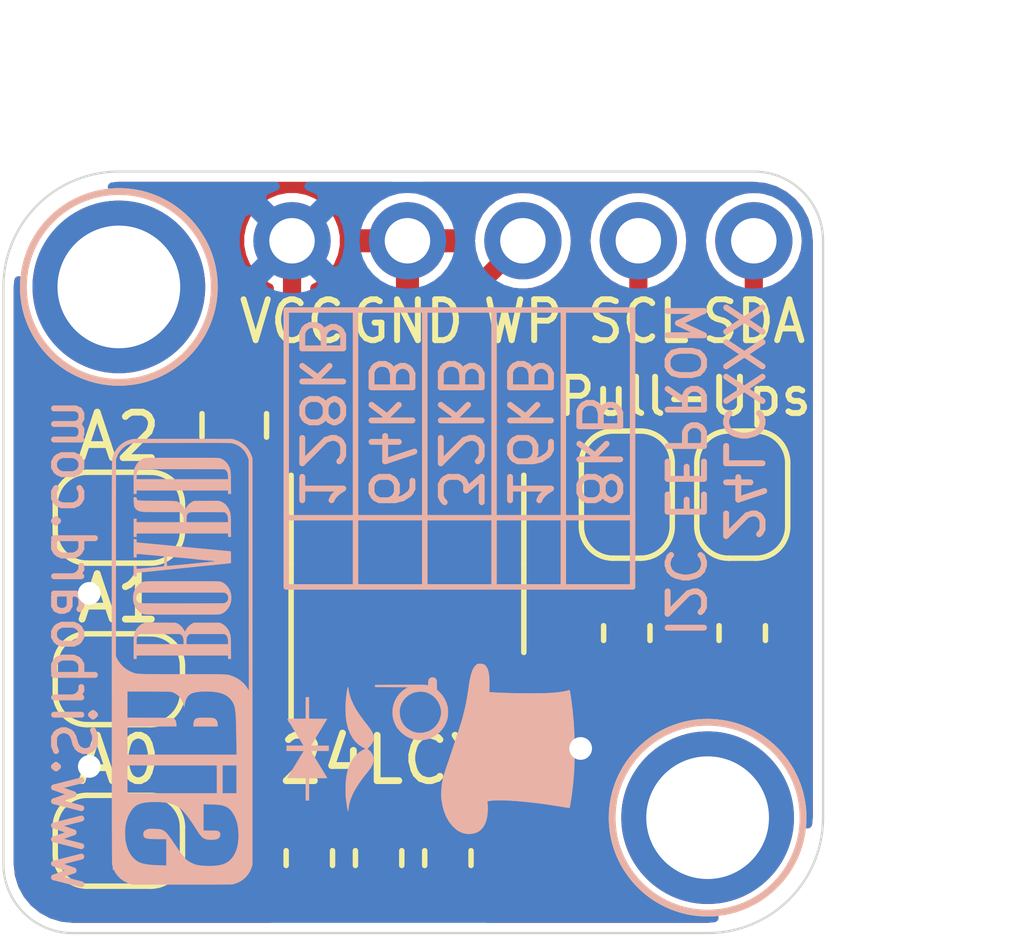
<source format=kicad_pcb>
(kicad_pcb (version 20171130) (host pcbnew "(5.1.2)-2")

  (general
    (thickness 1.6)
    (drawings 38)
    (tracks 62)
    (zones 0)
    (modules 17)
    (nets 11)
  )

  (page User 132.004 102.006)
  (title_block
    (title "24LCXX Based EEPROM Module")
    (date 2019-12-05)
    (rev 1)
    (company www.SirBoard.com)
    (comment 1 SirBoard)
    (comment 2 SirKeep)
    (comment 3 "24LC64, 24LC128, 24LC256, 24LC512, 24LC1024")
  )

  (layers
    (0 F.Cu signal)
    (31 B.Cu signal)
    (32 B.Adhes user hide)
    (33 F.Adhes user hide)
    (34 B.Paste user hide)
    (35 F.Paste user hide)
    (36 B.SilkS user)
    (37 F.SilkS user)
    (38 B.Mask user hide)
    (39 F.Mask user hide)
    (40 Dwgs.User user)
    (41 Cmts.User user hide)
    (42 Eco1.User user hide)
    (43 Eco2.User user hide)
    (44 Edge.Cuts user)
    (45 Margin user hide)
    (46 B.CrtYd user hide)
    (47 F.CrtYd user hide)
    (48 B.Fab user hide)
    (49 F.Fab user hide)
  )

  (setup
    (last_trace_width 0.127)
    (user_trace_width 0.127)
    (user_trace_width 0.15)
    (user_trace_width 0.2)
    (user_trace_width 0.25)
    (user_trace_width 0.3)
    (user_trace_width 0.4)
    (user_trace_width 0.5)
    (user_trace_width 0.6)
    (user_trace_width 0.7)
    (user_trace_width 0.8)
    (user_trace_width 0.9)
    (user_trace_width 1)
    (user_trace_width 1.5)
    (user_trace_width 2)
    (trace_clearance 0.127)
    (zone_clearance 0.2)
    (zone_45_only no)
    (trace_min 0.127)
    (via_size 0.6)
    (via_drill 0.3)
    (via_min_size 0.6)
    (via_min_drill 0.3)
    (user_via 0.6 0.3)
    (user_via 0.8 0.4)
    (user_via 1 0.5)
    (user_via 1.6 0.8)
    (user_via 3.5 2.5)
    (uvia_size 0.45)
    (uvia_drill 0.2)
    (uvias_allowed no)
    (uvia_min_size 0.45)
    (uvia_min_drill 0.1)
    (edge_width 0.05)
    (segment_width 0.2)
    (pcb_text_width 0.3)
    (pcb_text_size 1.5 1.5)
    (mod_edge_width 0.12)
    (mod_text_size 0.8 0.9)
    (mod_text_width 0.13)
    (pad_size 1.7 1.7)
    (pad_drill 1)
    (pad_to_mask_clearance 0)
    (solder_mask_min_width 0.1)
    (aux_axis_origin 0 0)
    (visible_elements 7FFFFFFF)
    (pcbplotparams
      (layerselection 0x010f0_ffffffff)
      (usegerberextensions false)
      (usegerberattributes false)
      (usegerberadvancedattributes false)
      (creategerberjobfile false)
      (excludeedgelayer true)
      (linewidth 0.100000)
      (plotframeref false)
      (viasonmask false)
      (mode 1)
      (useauxorigin true)
      (hpglpennumber 1)
      (hpglpenspeed 20)
      (hpglpendiameter 15.000000)
      (psnegative false)
      (psa4output false)
      (plotreference true)
      (plotvalue false)
      (plotinvisibletext false)
      (padsonsilk false)
      (subtractmaskfromsilk false)
      (outputformat 1)
      (mirror false)
      (drillshape 0)
      (scaleselection 1)
      (outputdirectory "C:/Users/elisha3/Desktop/GitHub/Gerbers/SirMicro/"))
  )

  (net 0 "")
  (net 1 GND)
  (net 2 SCL)
  (net 3 SDA)
  (net 4 VCC)
  (net 5 /A0)
  (net 6 /A1)
  (net 7 /A2)
  (net 8 WP)
  (net 9 "Net-(R1-Pad1)")
  (net 10 "Net-(R2-Pad1)")

  (net_class Default "This is the default net class."
    (clearance 0.127)
    (trace_width 0.127)
    (via_dia 0.6)
    (via_drill 0.3)
    (uvia_dia 0.45)
    (uvia_drill 0.2)
    (add_net /A0)
    (add_net /A1)
    (add_net /A2)
    (add_net GND)
    (add_net "Net-(R1-Pad1)")
    (add_net "Net-(R2-Pad1)")
    (add_net SCL)
    (add_net SDA)
    (add_net VCC)
    (add_net WP)
  )

  (module logo:logo63x89 (layer B.Cu) (tedit 0) (tstamp 5DE5FA7C)
    (at 58.928 46.736 90)
    (fp_text reference G*** (at 0 0 90) (layer B.SilkS) hide
      (effects (font (size 1.524 1.524) (thickness 0.3)) (justify mirror))
    )
    (fp_text value LOGO (at 0.75 0 90) (layer B.SilkS) hide
      (effects (font (size 1.524 1.524) (thickness 0.3)) (justify mirror))
    )
    (fp_poly (pts (xy 0.294608 3.163061) (xy 0.571806 3.147075) (xy 0.845525 3.12179) (xy 1.112846 3.087234)
      (xy 1.1557 3.080712) (xy 1.205559 3.073027) (xy 1.240937 3.067267) (xy 1.26402 3.062384)
      (xy 1.276999 3.057331) (xy 1.28206 3.05106) (xy 1.281394 3.042525) (xy 1.277187 3.030677)
      (xy 1.274652 3.023788) (xy 1.26104 2.975414) (xy 1.248531 2.91085) (xy 1.237236 2.830812)
      (xy 1.227262 2.736013) (xy 1.223018 2.686005) (xy 1.218452 2.613652) (xy 1.214914 2.526733)
      (xy 1.212387 2.427586) (xy 1.210853 2.318547) (xy 1.210297 2.201952) (xy 1.210701 2.080137)
      (xy 1.212048 1.955439) (xy 1.214321 1.830193) (xy 1.217504 1.706737) (xy 1.221579 1.587406)
      (xy 1.226531 1.474536) (xy 1.232341 1.370465) (xy 1.232537 1.367366) (xy 1.237378 1.291166)
      (xy 1.389606 1.293975) (xy 1.494696 1.293609) (xy 1.584608 1.288254) (xy 1.660385 1.277783)
      (xy 1.723067 1.262072) (xy 1.755989 1.249565) (xy 1.802744 1.224372) (xy 1.834625 1.195291)
      (xy 1.853673 1.159268) (xy 1.861927 1.113251) (xy 1.862666 1.089911) (xy 1.86176 1.058721)
      (xy 1.857543 1.037582) (xy 1.847767 1.019644) (xy 1.833954 1.002437) (xy 1.805293 0.974383)
      (xy 1.769206 0.949262) (xy 1.724366 0.926655) (xy 1.669445 0.906139) (xy 1.603117 0.887293)
      (xy 1.524056 0.869697) (xy 1.430934 0.852929) (xy 1.322424 0.836569) (xy 1.302958 0.83388)
      (xy 1.134803 0.808425) (xy 0.976069 0.778909) (xy 0.819435 0.7438) (xy 0.657581 0.701565)
      (xy 0.618066 0.690459) (xy 0.589196 0.681835) (xy 0.546072 0.668389) (xy 0.49049 0.650709)
      (xy 0.42424 0.629383) (xy 0.349117 0.604999) (xy 0.266914 0.578144) (xy 0.179423 0.549409)
      (xy 0.088438 0.519379) (xy -0.004248 0.488643) (xy -0.096842 0.45779) (xy -0.187552 0.427408)
      (xy -0.274583 0.398084) (xy -0.311148 0.385703) (xy -0.396359 0.356954) (xy -0.467901 0.333229)
      (xy -0.528062 0.313876) (xy -0.579127 0.298245) (xy -0.623382 0.285683) (xy -0.663113 0.275541)
      (xy -0.700606 0.267166) (xy -0.738148 0.259907) (xy -0.7747 0.253655) (xy -0.826831 0.246959)
      (xy -0.887987 0.241974) (xy -0.953191 0.238851) (xy -1.017467 0.237737) (xy -1.075838 0.238783)
      (xy -1.123326 0.242138) (xy -1.130301 0.242994) (xy -1.268862 0.267698) (xy -1.394466 0.303136)
      (xy -1.507331 0.349409) (xy -1.607673 0.406613) (xy -1.695713 0.474848) (xy -1.739521 0.5177)
      (xy -1.796628 0.586461) (xy -1.837976 0.655473) (xy -1.864599 0.727169) (xy -1.87753 0.803983)
      (xy -1.879187 0.846667) (xy -1.872156 0.931089) (xy -1.851093 1.006044) (xy -1.816039 1.071479)
      (xy -1.767038 1.12734) (xy -1.704132 1.173574) (xy -1.627363 1.210127) (xy -1.57474 1.22737)
      (xy -1.515249 1.240471) (xy -1.444985 1.250129) (xy -1.36985 1.255855) (xy -1.295745 1.257161)
      (xy -1.24315 1.25485) (xy -1.161266 1.248521) (xy -1.156405 1.272826) (xy -1.146634 1.339587)
      (xy -1.140746 1.421782) (xy -1.13866 1.518384) (xy -1.140292 1.628364) (xy -1.145562 1.750694)
      (xy -1.154386 1.884346) (xy -1.166683 2.028293) (xy -1.18237 2.181505) (xy -1.201366 2.342956)
      (xy -1.223587 2.511616) (xy -1.248953 2.686459) (xy -1.27738 2.866455) (xy -1.289639 2.939955)
      (xy -1.297329 2.98647) (xy -1.302067 3.018943) (xy -1.303992 3.039982) (xy -1.303242 3.052193)
      (xy -1.299955 3.058185) (xy -1.296017 3.060135) (xy -1.279578 3.063759) (xy -1.249509 3.069312)
      (xy -1.208934 3.076274) (xy -1.160979 3.084127) (xy -1.108768 3.092349) (xy -1.055427 3.100421)
      (xy -1.0414 3.102484) (xy -0.790594 3.13343) (xy -0.52867 3.154932) (xy -0.258549 3.167018)
      (xy 0.01685 3.169718) (xy 0.294608 3.163061)) (layer B.SilkS) (width 0.01))
    (fp_poly (pts (xy 0.848142 0.381208) (xy 0.909974 0.374338) (xy 0.934034 0.369465) (xy 1.017983 0.342044)
      (xy 1.100067 0.301697) (xy 1.175818 0.2511) (xy 1.240767 0.192927) (xy 1.254901 0.177389)
      (xy 1.291166 0.135658) (xy 1.398983 0.135562) (xy 1.443468 0.135405) (xy 1.474472 0.134605)
      (xy 1.495444 0.13253) (xy 1.509835 0.128549) (xy 1.521097 0.12203) (xy 1.53268 0.11234)
      (xy 1.534449 0.110761) (xy 1.551614 0.093071) (xy 1.559753 0.075496) (xy 1.562058 0.050321)
      (xy 1.5621 0.043917) (xy 1.556852 0.006725) (xy 1.540371 -0.020557) (xy 1.511555 -0.038696)
      (xy 1.469297 -0.048458) (xy 1.425756 -0.050753) (xy 1.382547 -0.0508) (xy 1.392651 -0.091017)
      (xy 1.394827 -0.104575) (xy 1.396619 -0.127004) (xy 1.398036 -0.159252) (xy 1.399089 -0.202264)
      (xy 1.399787 -0.256988) (xy 1.400142 -0.32437) (xy 1.400161 -0.405357) (xy 1.399856 -0.500895)
      (xy 1.399237 -0.611932) (xy 1.3988 -0.675217) (xy 1.394844 -1.2192) (xy 1.354846 -1.2192)
      (xy 1.352639 -0.853017) (xy 1.350433 -0.486834) (xy 1.323709 -0.5334) (xy 1.268153 -0.614049)
      (xy 1.201861 -0.682866) (xy 1.126597 -0.739441) (xy 1.044125 -0.783366) (xy 0.95621 -0.814232)
      (xy 0.864614 -0.83163) (xy 0.771102 -0.835151) (xy 0.677439 -0.824386) (xy 0.585387 -0.798926)
      (xy 0.496711 -0.758362) (xy 0.457199 -0.734293) (xy 0.43476 -0.717239) (xy 0.405345 -0.691851)
      (xy 0.373526 -0.662177) (xy 0.354966 -0.643778) (xy 0.291916 -0.567767) (xy 0.243074 -0.483091)
      (xy 0.208964 -0.391057) (xy 0.190109 -0.292972) (xy 0.187074 -0.237045) (xy 0.338515 -0.237045)
      (xy 0.346999 -0.315719) (xy 0.369533 -0.393307) (xy 0.406698 -0.468082) (xy 0.453178 -0.5316)
      (xy 0.511858 -0.587115) (xy 0.580826 -0.630974) (xy 0.657284 -0.662271) (xy 0.738436 -0.680101)
      (xy 0.821485 -0.683557) (xy 0.893233 -0.674139) (xy 0.97638 -0.647672) (xy 1.051504 -0.606843)
      (xy 1.11731 -0.552828) (xy 1.172506 -0.486803) (xy 1.215799 -0.409943) (xy 1.233701 -0.364556)
      (xy 1.246135 -0.312566) (xy 1.252482 -0.251653) (xy 1.252591 -0.188644) (xy 1.246309 -0.130367)
      (xy 1.239559 -0.10102) (xy 1.207396 -0.020588) (xy 1.161425 0.051645) (xy 1.103414 0.114052)
      (xy 1.03513 0.165002) (xy 0.95834 0.202868) (xy 0.88724 0.223645) (xy 0.841123 0.232166)
      (xy 0.80434 0.235913) (xy 0.769985 0.234914) (xy 0.731153 0.229197) (xy 0.706966 0.224384)
      (xy 0.623897 0.199141) (xy 0.550244 0.16118) (xy 0.486587 0.112225) (xy 0.433505 0.054004)
      (xy 0.391578 -0.01176) (xy 0.361384 -0.08334) (xy 0.343504 -0.15901) (xy 0.338515 -0.237045)
      (xy 0.187074 -0.237045) (xy 0.186266 -0.222173) (xy 0.194445 -0.125221) (xy 0.218159 -0.032159)
      (xy 0.256171 0.055462) (xy 0.307244 0.136093) (xy 0.370142 0.208183) (xy 0.44363 0.270183)
      (xy 0.526469 0.320543) (xy 0.617425 0.357713) (xy 0.657911 0.369058) (xy 0.714914 0.378558)
      (xy 0.780723 0.382611) (xy 0.848142 0.381208)) (layer B.SilkS) (width 0.01))
    (fp_poly (pts (xy 0.277666 -1.259842) (xy 0.315987 -1.270149) (xy 0.340339 -1.278993) (xy 0.366514 -1.291478)
      (xy 0.396307 -1.308801) (xy 0.431509 -1.332163) (xy 0.473914 -1.362763) (xy 0.525314 -1.4018)
      (xy 0.587504 -1.450473) (xy 0.598126 -1.45888) (xy 0.728848 -1.556458) (xy 0.85485 -1.638332)
      (xy 0.975991 -1.70443) (xy 1.092127 -1.754679) (xy 1.203115 -1.789008) (xy 1.286187 -1.804708)
      (xy 1.317528 -1.809142) (xy 1.337997 -1.813029) (xy 1.346722 -1.816769) (xy 1.342832 -1.820765)
      (xy 1.325456 -1.825418) (xy 1.293721 -1.831128) (xy 1.246758 -1.838297) (xy 1.198033 -1.845295)
      (xy 1.074247 -1.859396) (xy 0.950036 -1.866991) (xy 0.828936 -1.868099) (xy 0.714487 -1.862739)
      (xy 0.610228 -1.850933) (xy 0.55862 -1.841721) (xy 0.440667 -1.81091) (xy 0.334383 -1.769725)
      (xy 0.240354 -1.718557) (xy 0.159163 -1.657792) (xy 0.091397 -1.587822) (xy 0.03764 -1.509035)
      (xy 0.026212 -1.487518) (xy -0.005006 -1.425377) (xy -0.028011 -1.472572) (xy -0.078998 -1.55819)
      (xy -0.143494 -1.633714) (xy -0.221328 -1.699032) (xy -0.31233 -1.754033) (xy -0.416331 -1.798603)
      (xy -0.533158 -1.832632) (xy -0.593607 -1.845163) (xy -0.654366 -1.853927) (xy -0.72725 -1.860692)
      (xy -0.807546 -1.865283) (xy -0.890545 -1.867526) (xy -0.971536 -1.867244) (xy -1.045807 -1.864264)
      (xy -1.066801 -1.862759) (xy -1.098101 -1.859681) (xy -1.137644 -1.854979) (xy -1.18225 -1.849124)
      (xy -1.228744 -1.842589) (xy -1.273947 -1.835846) (xy -1.314683 -1.829367) (xy -1.347774 -1.823625)
      (xy -1.370043 -1.819093) (xy -1.37817 -1.816474) (xy -1.371708 -1.814576) (xy -1.35252 -1.811726)
      (xy -1.324741 -1.808537) (xy -1.324373 -1.808499) (xy -1.231302 -1.79363) (xy -1.136422 -1.767618)
      (xy -1.03867 -1.729922) (xy -0.936985 -1.68) (xy -0.830304 -1.617311) (xy -0.717565 -1.541314)
      (xy -0.597705 -1.451466) (xy -0.550334 -1.413791) (xy -0.495945 -1.370673) (xy -0.451376 -1.337332)
      (xy -0.413971 -1.312099) (xy -0.381075 -1.293304) (xy -0.350029 -1.279275) (xy -0.319827 -1.26884)
      (xy -0.253545 -1.256661) (xy -0.190402 -1.261014) (xy -0.131226 -1.281656) (xy -0.076844 -1.318343)
      (xy -0.045611 -1.349367) (xy -0.006623 -1.393588) (xy 0.045372 -1.341637) (xy 0.083566 -1.30709)
      (xy 0.118925 -1.283687) (xy 0.146367 -1.271376) (xy 0.191459 -1.257917) (xy 0.233095 -1.254088)
      (xy 0.277666 -1.259842)) (layer B.SilkS) (width 0.01))
    (fp_poly (pts (xy 0.059266 -2.439106) (xy 0.059544 -2.494396) (xy 0.060322 -2.543378) (xy 0.06152 -2.583738)
      (xy 0.063058 -2.613161) (xy 0.064853 -2.629334) (xy 0.066003 -2.631722) (xy 0.074999 -2.626632)
      (xy 0.096134 -2.614093) (xy 0.1271 -2.595493) (xy 0.165591 -2.572217) (xy 0.2093 -2.545652)
      (xy 0.216287 -2.541394) (xy 0.274245 -2.506062) (xy 0.340354 -2.46576) (xy 0.408304 -2.424335)
      (xy 0.471786 -2.385633) (xy 0.503766 -2.366135) (xy 0.647699 -2.278382) (xy 0.649969 -2.476925)
      (xy 0.652239 -2.675467) (xy 1.126066 -2.675467) (xy 1.126066 -2.7432) (xy 0.652234 -2.7432)
      (xy 0.649967 -2.945489) (xy 0.647699 -3.147778) (xy 0.50722 -3.061906) (xy 0.45154 -3.027867)
      (xy 0.38731 -2.988597) (xy 0.320426 -2.9477) (xy 0.256782 -2.908781) (xy 0.217925 -2.885017)
      (xy 0.172985 -2.857671) (xy 0.133011 -2.833613) (xy 0.100222 -2.814155) (xy 0.076835 -2.800612)
      (xy 0.065069 -2.794296) (xy 0.064188 -2.794) (xy 0.062758 -2.802064) (xy 0.061492 -2.824644)
      (xy 0.060452 -2.859324) (xy 0.059704 -2.903687) (xy 0.05931 -2.955317) (xy 0.059266 -2.980267)
      (xy 0.059266 -3.166533) (xy -0.050483 -3.166533) (xy -0.052758 -2.976146) (xy -0.055034 -2.785759)
      (xy -0.14069 -2.839341) (xy -0.175231 -2.860812) (xy -0.205207 -2.879194) (xy -0.227316 -2.892477)
      (xy -0.238056 -2.89856) (xy -0.248122 -2.904332) (xy -0.270621 -2.91778) (xy -0.303571 -2.9377)
      (xy -0.344987 -2.962888) (xy -0.392885 -2.992139) (xy -0.445281 -3.024251) (xy -0.448734 -3.026371)
      (xy -0.6477 -3.148546) (xy -0.649968 -2.945873) (xy -0.652235 -2.7432) (xy -1.143001 -2.7432)
      (xy -1.143001 -2.675467) (xy -0.651934 -2.675467) (xy -0.651934 -2.4765) (xy -0.651794 -2.420486)
      (xy -0.651402 -2.370572) (xy -0.650798 -2.329099) (xy -0.650023 -2.298402) (xy -0.649116 -2.280822)
      (xy -0.648493 -2.277533) (xy -0.640429 -2.28172) (xy -0.620666 -2.293209) (xy -0.591907 -2.310399)
      (xy -0.556855 -2.331683) (xy -0.544777 -2.339082) (xy -0.500282 -2.366345) (xy -0.447084 -2.398868)
      (xy -0.390955 -2.433126) (xy -0.33767 -2.465592) (xy -0.321734 -2.475287) (xy -0.273836 -2.504453)
      (xy -0.224247 -2.534712) (xy -0.17765 -2.563203) (xy -0.138726 -2.587066) (xy -0.124884 -2.59558)
      (xy -0.0508 -2.641214) (xy -0.0508 -2.243667) (xy 0.059266 -2.243667) (xy 0.059266 -2.439106)) (layer B.SilkS) (width 0.01))
  )

  (module logo:SirBoard98x31 (layer B.Cu) (tedit 0) (tstamp 5DE5FB5E)
    (at 53.467 44.831 90)
    (fp_text reference G*** (at 0 0 90) (layer B.SilkS) hide
      (effects (font (size 1.524 1.524) (thickness 0.3)) (justify mirror))
    )
    (fp_text value LOGO (at 0.75 0 90) (layer B.SilkS) hide
      (effects (font (size 1.524 1.524) (thickness 0.3)) (justify mirror))
    )
    (fp_poly (pts (xy -1.334868 0.770261) (xy -1.296392 0.756996) (xy -1.266987 0.734987) (xy -1.246785 0.704317)
      (xy -1.241064 0.688829) (xy -1.238088 0.672122) (xy -1.23565 0.645116) (xy -1.233769 0.610202)
      (xy -1.232464 0.56977) (xy -1.231755 0.52621) (xy -1.231659 0.481913) (xy -1.232196 0.43927)
      (xy -1.233385 0.400671) (xy -1.235245 0.368506) (xy -1.237795 0.345166) (xy -1.238311 0.34218)
      (xy -1.24858 0.307816) (xy -1.265582 0.282169) (xy -1.290549 0.264343) (xy -1.32471 0.253445)
      (xy -1.366838 0.248689) (xy -1.41605 0.246306) (xy -1.41605 0.7747) (xy -1.382278 0.7747)
      (xy -1.334868 0.770261)) (layer B.SilkS) (width 0.01))
    (fp_poly (pts (xy 3.948112 1.065045) (xy 4.013772 1.064113) (xy 4.068018 1.063129) (xy 4.112139 1.062033)
      (xy 4.147419 1.060764) (xy 4.175147 1.059258) (xy 4.196608 1.057456) (xy 4.21309 1.055294)
      (xy 4.225879 1.052713) (xy 4.230221 1.051557) (xy 4.294012 1.027902) (xy 4.351034 0.995831)
      (xy 4.400081 0.956391) (xy 4.439947 0.910632) (xy 4.469424 0.859603) (xy 4.478882 0.835482)
      (xy 4.480434 0.830097) (xy 4.481828 0.823175) (xy 4.483071 0.814047) (xy 4.484173 0.802044)
      (xy 4.485142 0.786497) (xy 4.485986 0.766739) (xy 4.486714 0.742099) (xy 4.487333 0.71191)
      (xy 4.487854 0.675503) (xy 4.488283 0.632208) (xy 4.488629 0.581357) (xy 4.488902 0.522282)
      (xy 4.489108 0.454314) (xy 4.489257 0.376783) (xy 4.489357 0.289022) (xy 4.489417 0.190361)
      (xy 4.489445 0.080132) (xy 4.48945 -0.003312) (xy 4.489445 -0.121255) (xy 4.489424 -0.227178)
      (xy 4.489376 -0.32176) (xy 4.489293 -0.40568) (xy 4.489163 -0.479619) (xy 4.488978 -0.544254)
      (xy 4.488726 -0.600266) (xy 4.488399 -0.648335) (xy 4.487986 -0.689139) (xy 4.487477 -0.723359)
      (xy 4.486863 -0.751673) (xy 4.486133 -0.774761) (xy 4.485278 -0.793303) (xy 4.484287 -0.807977)
      (xy 4.483151 -0.819465) (xy 4.481859 -0.828444) (xy 4.480403 -0.835595) (xy 4.478771 -0.841596)
      (xy 4.477128 -0.846623) (xy 4.453388 -0.896872) (xy 4.418842 -0.943299) (xy 4.375154 -0.984485)
      (xy 4.323992 -1.01901) (xy 4.267018 -1.045453) (xy 4.230548 -1.056899) (xy 4.218373 -1.059529)
      (xy 4.20328 -1.061668) (xy 4.183954 -1.063364) (xy 4.159082 -1.064661) (xy 4.127351 -1.065606)
      (xy 4.087447 -1.066244) (xy 4.038057 -1.066621) (xy 3.977866 -1.066784) (xy 3.947195 -1.0668)
      (xy 3.70205 -1.0668) (xy 3.70205 -1.010685) (xy 4.01955 -1.010685) (xy 4.098358 -1.00858)
      (xy 4.131373 -1.007576) (xy 4.154427 -1.006264) (xy 4.170256 -1.004075) (xy 4.181596 -1.000439)
      (xy 4.191183 -0.994789) (xy 4.200877 -0.987265) (xy 4.218338 -0.970356) (xy 4.233152 -0.951452)
      (xy 4.236427 -0.94599) (xy 4.238045 -0.942629) (xy 4.239507 -0.938464) (xy 4.24082 -0.932875)
      (xy 4.241989 -0.925242) (xy 4.243021 -0.914942) (xy 4.243924 -0.901356) (xy 4.244703 -0.883863)
      (xy 4.245366 -0.861841) (xy 4.245919 -0.834671) (xy 4.246369 -0.801731) (xy 4.246722 -0.762401)
      (xy 4.246986 -0.716059) (xy 4.247166 -0.662085) (xy 4.24727 -0.599859) (xy 4.247303 -0.528758)
      (xy 4.247274 -0.448164) (xy 4.247188 -0.357454) (xy 4.247053 -0.256008) (xy 4.246874 -0.143205)
      (xy 4.246659 -0.018425) (xy 4.24662 0.003175) (xy 4.244975 0.930275) (xy 4.227002 0.953768)
      (xy 4.206224 0.975479) (xy 4.180782 0.991026) (xy 4.148465 1.001262) (xy 4.10706 1.007039)
      (xy 4.085143 1.008398) (xy 4.01955 1.011315) (xy 4.01955 -1.010685) (xy 3.70205 -1.010685)
      (xy 3.70205 -1.00965) (xy 3.77825 -1.00965) (xy 3.77825 1.00965) (xy 3.70205 1.00965)
      (xy 3.70205 1.068223) (xy 3.948112 1.065045)) (layer B.SilkS) (width 0.01))
    (fp_poly (pts (xy 3.001962 1.065045) (xy 3.067622 1.064113) (xy 3.121868 1.063129) (xy 3.165989 1.062033)
      (xy 3.201269 1.060764) (xy 3.228997 1.059258) (xy 3.250458 1.057456) (xy 3.26694 1.055294)
      (xy 3.279729 1.052713) (xy 3.284071 1.051557) (xy 3.347955 1.027878) (xy 3.404993 0.995801)
      (xy 3.454004 0.95636) (xy 3.493808 0.910584) (xy 3.523224 0.859504) (xy 3.533106 0.834017)
      (xy 3.53576 0.824889) (xy 3.537924 0.814282) (xy 3.539635 0.800942) (xy 3.54093 0.783616)
      (xy 3.541844 0.761051) (xy 3.542416 0.731995) (xy 3.542681 0.695194) (xy 3.542677 0.649394)
      (xy 3.54244 0.593343) (xy 3.54203 0.529217) (xy 3.540125 0.257175) (xy 3.519529 0.21508)
      (xy 3.494525 0.175335) (xy 3.460396 0.137183) (xy 3.420595 0.103968) (xy 3.379572 0.079507)
      (xy 3.359885 0.069573) (xy 3.34574 0.061319) (xy 3.340106 0.056485) (xy 3.3401 0.056402)
      (xy 3.345417 0.05153) (xy 3.358292 0.045705) (xy 3.359075 0.045428) (xy 3.389753 0.030739)
      (xy 3.423362 0.008155) (xy 3.456231 -0.01937) (xy 3.484688 -0.04888) (xy 3.498368 -0.066675)
      (xy 3.506523 -0.078479) (xy 3.51354 -0.088941) (xy 3.519511 -0.099066) (xy 3.524531 -0.109863)
      (xy 3.52869 -0.122339) (xy 3.532081 -0.137501) (xy 3.534798 -0.156356) (xy 3.536932 -0.179912)
      (xy 3.538577 -0.209176) (xy 3.539824 -0.245156) (xy 3.540767 -0.288858) (xy 3.541497 -0.34129)
      (xy 3.542108 -0.40346) (xy 3.542692 -0.476375) (xy 3.5433 -0.555625) (xy 3.543961 -0.639343)
      (xy 3.544585 -0.711303) (xy 3.545236 -0.772447) (xy 3.545981 -0.823716) (xy 3.546886 -0.866051)
      (xy 3.548017 -0.900395) (xy 3.549439 -0.927688) (xy 3.551219 -0.948873) (xy 3.553421 -0.964891)
      (xy 3.556113 -0.976683) (xy 3.55936 -0.985191) (xy 3.563228 -0.991357) (xy 3.567782 -0.996122)
      (xy 3.573089 -1.000427) (xy 3.574499 -1.00151) (xy 3.588393 -1.007484) (xy 3.602037 -1.009448)
      (xy 3.612711 -1.010537) (xy 3.617819 -1.015761) (xy 3.619398 -1.028544) (xy 3.6195 -1.03882)
      (xy 3.6195 -1.06799) (xy 3.529012 -1.065381) (xy 3.490774 -1.063991) (xy 3.46258 -1.062128)
      (xy 3.441773 -1.059432) (xy 3.425698 -1.055546) (xy 3.411699 -1.050109) (xy 3.40995 -1.049297)
      (xy 3.37361 -1.026402) (xy 3.345502 -0.995481) (xy 3.325138 -0.955714) (xy 3.312033 -0.906284)
      (xy 3.308043 -0.877611) (xy 3.306983 -0.861183) (xy 3.305981 -0.833373) (xy 3.305055 -0.795503)
      (xy 3.304224 -0.74889) (xy 3.303505 -0.694855) (xy 3.302917 -0.634716) (xy 3.302476 -0.569794)
      (xy 3.302202 -0.501406) (xy 3.302112 -0.44098) (xy 3.302 -0.059636) (xy 3.28367 -0.030733)
      (xy 3.265424 -0.007558) (xy 3.243052 0.009276) (xy 3.214395 0.020681) (xy 3.177293 0.027572)
      (xy 3.138993 0.030498) (xy 3.0734 0.033415) (xy 3.0734 -1.00965) (xy 3.1496 -1.00965)
      (xy 3.1496 -1.0668) (xy 2.7559 -1.0668) (xy 2.7559 -1.00965) (xy 2.8321 -1.00965)
      (xy 2.8321 0.087865) (xy 3.0734 0.087865) (xy 3.152208 0.08997) (xy 3.185223 0.090974)
      (xy 3.208277 0.092286) (xy 3.224106 0.094475) (xy 3.235446 0.098111) (xy 3.245033 0.103761)
      (xy 3.254727 0.111285) (xy 3.26434 0.118914) (xy 3.272566 0.125713) (xy 3.279507 0.132677)
      (xy 3.285268 0.140807) (xy 3.289951 0.151099) (xy 3.293661 0.164553) (xy 3.296502 0.182167)
      (xy 3.298576 0.204938) (xy 3.299988 0.233865) (xy 3.30084 0.269947) (xy 3.301237 0.314181)
      (xy 3.301283 0.367566) (xy 3.30108 0.4311) (xy 3.300733 0.505781) (xy 3.300516 0.55245)
      (xy 3.298825 0.930275) (xy 3.280852 0.953768) (xy 3.260074 0.975479) (xy 3.234632 0.991026)
      (xy 3.202315 1.001262) (xy 3.16091 1.007039) (xy 3.138993 1.008398) (xy 3.0734 1.011315)
      (xy 3.0734 0.087865) (xy 2.8321 0.087865) (xy 2.8321 1.00965) (xy 2.7559 1.00965)
      (xy 2.7559 1.068223) (xy 3.001962 1.065045)) (layer B.SilkS) (width 0.01))
    (fp_poly (pts (xy 2.255698 1.067431) (xy 2.289396 1.06708) (xy 2.324118 1.066449) (xy 2.357546 1.06558)
      (xy 2.387366 1.064514) (xy 2.411261 1.063293) (xy 2.426916 1.061959) (xy 2.43205 1.060658)
      (xy 2.43264 1.053346) (xy 2.43436 1.03421) (xy 2.437132 1.004069) (xy 2.440877 0.963743)
      (xy 2.445519 0.91405) (xy 2.450979 0.855809) (xy 2.457179 0.789839) (xy 2.464043 0.716959)
      (xy 2.471492 0.637987) (xy 2.479448 0.553744) (xy 2.487834 0.465047) (xy 2.496572 0.372716)
      (xy 2.505584 0.27757) (xy 2.514793 0.180427) (xy 2.52412 0.082107) (xy 2.533489 -0.016573)
      (xy 2.54282 -0.114791) (xy 2.552037 -0.211731) (xy 2.561062 -0.306573) (xy 2.569817 -0.398497)
      (xy 2.578225 -0.486686) (xy 2.586207 -0.570319) (xy 2.593685 -0.648579) (xy 2.600583 -0.720646)
      (xy 2.606822 -0.785702) (xy 2.612325 -0.842927) (xy 2.617014 -0.891502) (xy 2.62081 -0.930609)
      (xy 2.623638 -0.959429) (xy 2.625417 -0.977142) (xy 2.62602 -0.982662) (xy 2.629678 -1.00965)
      (xy 2.69875 -1.00965) (xy 2.69875 -1.0668) (xy 2.30505 -1.0668) (xy 2.30505 -1.00965)
      (xy 2.34315 -1.00965) (xy 2.36424 -1.009386) (xy 2.375623 -1.007628) (xy 2.380293 -1.002924)
      (xy 2.381243 -0.993823) (xy 2.38125 -0.991179) (xy 2.380682 -0.981099) (xy 2.379058 -0.959768)
      (xy 2.376499 -0.928579) (xy 2.373123 -0.888926) (xy 2.369051 -0.842203) (xy 2.364402 -0.789804)
      (xy 2.359295 -0.733124) (xy 2.35585 -0.695325) (xy 2.350527 -0.636926) (xy 2.345582 -0.582161)
      (xy 2.341136 -0.532383) (xy 2.337305 -0.488946) (xy 2.334209 -0.453202) (xy 2.331967 -0.426507)
      (xy 2.330697 -0.410213) (xy 2.33045 -0.40582) (xy 2.329787 -0.401507) (xy 2.326652 -0.398358)
      (xy 2.319325 -0.396192) (xy 2.306087 -0.394825) (xy 2.285219 -0.394076) (xy 2.255002 -0.393761)
      (xy 2.21615 -0.3937) (xy 2.179637 -0.393906) (xy 2.14795 -0.394481) (xy 2.123092 -0.395355)
      (xy 2.107068 -0.396458) (xy 2.10185 -0.39763) (xy 2.101242 -0.404564) (xy 2.099504 -0.422861)
      (xy 2.09676 -0.451245) (xy 2.093133 -0.488443) (xy 2.088749 -0.533178) (xy 2.083732 -0.584177)
      (xy 2.078208 -0.640163) (xy 2.073275 -0.690021) (xy 2.067394 -0.749715) (xy 2.061922 -0.805914)
      (xy 2.056984 -0.857274) (xy 2.052706 -0.902452) (xy 2.049215 -0.940104) (xy 2.046636 -0.968886)
      (xy 2.045098 -0.987455) (xy 2.0447 -0.994065) (xy 2.045646 -1.002994) (xy 2.050553 -1.007644)
      (xy 2.062526 -1.009399) (xy 2.079625 -1.00965) (xy 2.11455 -1.00965) (xy 2.11455 -1.0668)
      (xy 1.88595 -1.0668) (xy 1.88595 -1.010256) (xy 1.925404 -1.008365) (xy 1.964859 -1.006475)
      (xy 2.033954 -0.331787) (xy 2.108021 -0.331787) (xy 2.109047 -0.335839) (xy 2.113139 -0.338772)
      (xy 2.122044 -0.340765) (xy 2.137509 -0.341994) (xy 2.16128 -0.342639) (xy 2.195104 -0.342877)
      (xy 2.217024 -0.3429) (xy 2.325848 -0.3429) (xy 2.322163 -0.309562) (xy 2.320832 -0.296181)
      (xy 2.318545 -0.271654) (xy 2.315435 -0.23749) (xy 2.311638 -0.195195) (xy 2.30729 -0.146278)
      (xy 2.302524 -0.092246) (xy 2.297476 -0.034607) (xy 2.294738 -0.003175) (xy 2.289649 0.054376)
      (xy 2.284747 0.107946) (xy 2.280163 0.156223) (xy 2.276031 0.197899) (xy 2.272481 0.231665)
      (xy 2.269647 0.256209) (xy 2.267659 0.270223) (xy 2.266908 0.27305) (xy 2.265479 0.279869)
      (xy 2.263141 0.297972) (xy 2.260032 0.325985) (xy 2.256291 0.362535) (xy 2.252059 0.40625)
      (xy 2.247473 0.455756) (xy 2.242674 0.50968) (xy 2.241304 0.525463) (xy 2.236488 0.58023)
      (xy 2.231868 0.630834) (xy 2.22758 0.675926) (xy 2.22376 0.714155) (xy 2.220544 0.744171)
      (xy 2.218067 0.764626) (xy 2.216467 0.774167) (xy 2.216185 0.7747) (xy 2.215181 0.768563)
      (xy 2.213086 0.750885) (xy 2.210009 0.72277) (xy 2.206056 0.685322) (xy 2.201336 0.639643)
      (xy 2.195957 0.586837) (xy 2.190026 0.528007) (xy 2.183652 0.464256) (xy 2.176942 0.396688)
      (xy 2.170004 0.326405) (xy 2.162945 0.254512) (xy 2.155875 0.18211) (xy 2.1489 0.110304)
      (xy 2.142128 0.040197) (xy 2.135668 -0.027109) (xy 2.129627 -0.09051) (xy 2.124113 -0.148902)
      (xy 2.119233 -0.201183) (xy 2.115097 -0.246249) (xy 2.11181 -0.282997) (xy 2.109482 -0.310324)
      (xy 2.10822 -0.327127) (xy 2.108021 -0.331787) (xy 2.033954 -0.331787) (xy 2.070859 0.028575)
      (xy 2.08247 0.14192) (xy 2.093731 0.251813) (xy 2.104577 0.357593) (xy 2.114937 0.458597)
      (xy 2.124746 0.554164) (xy 2.133933 0.643632) (xy 2.142431 0.726338) (xy 2.150173 0.801621)
      (xy 2.157089 0.868818) (xy 2.163113 0.927268) (xy 2.168175 0.976308) (xy 2.172209 1.015276)
      (xy 2.175145 1.04351) (xy 2.176915 1.060349) (xy 2.177455 1.065213) (xy 2.183901 1.066394)
      (xy 2.200634 1.06713) (xy 2.225339 1.067462) (xy 2.255698 1.067431)) (layer B.SilkS) (width 0.01))
    (fp_poly (pts (xy 0.315912 1.065045) (xy 0.379618 1.064193) (xy 0.432035 1.063338) (xy 0.474574 1.062405)
      (xy 0.508644 1.061319) (xy 0.535658 1.060003) (xy 0.557025 1.05838) (xy 0.574156 1.056377)
      (xy 0.588461 1.053916) (xy 0.601353 1.050921) (xy 0.607066 1.049379) (xy 0.670208 1.026095)
      (xy 0.726962 0.993722) (xy 0.775879 0.953382) (xy 0.815509 0.906199) (xy 0.835519 0.872552)
      (xy 0.860425 0.823475) (xy 0.860425 0.257175) (xy 0.839829 0.21508) (xy 0.814825 0.175335)
      (xy 0.780696 0.137183) (xy 0.740895 0.103968) (xy 0.699872 0.079507) (xy 0.680212 0.069713)
      (xy 0.66609 0.061804) (xy 0.66046 0.05744) (xy 0.660453 0.057368) (xy 0.665672 0.052995)
      (xy 0.679421 0.044537) (xy 0.698917 0.033686) (xy 0.702556 0.03175) (xy 0.750388 0.000861)
      (xy 0.792258 -0.037266) (xy 0.825553 -0.080017) (xy 0.839801 -0.105679) (xy 0.860425 -0.149225)
      (xy 0.862231 -0.478713) (xy 0.862603 -0.552976) (xy 0.862818 -0.615649) (xy 0.86285 -0.667843)
      (xy 0.862672 -0.710667) (xy 0.862258 -0.745231) (xy 0.861579 -0.772644) (xy 0.860611 -0.794018)
      (xy 0.859326 -0.810461) (xy 0.857697 -0.823083) (xy 0.855698 -0.832995) (xy 0.853512 -0.840663)
      (xy 0.830277 -0.892362) (xy 0.796171 -0.939891) (xy 0.752694 -0.981952) (xy 0.701346 -1.017247)
      (xy 0.643628 -1.044476) (xy 0.603341 -1.057251) (xy 0.591264 -1.059791) (xy 0.575716 -1.061861)
      (xy 0.555431 -1.063505) (xy 0.529144 -1.064763) (xy 0.495588 -1.065678) (xy 0.453498 -1.066293)
      (xy 0.401607 -1.066651) (xy 0.33865 -1.066793) (xy 0.31817 -1.0668) (xy 0.06985 -1.0668)
      (xy 0.06985 -1.00965) (xy 0.14605 -1.00965) (xy 0.38735 -1.00965) (xy 0.45837 -1.00965)
      (xy 0.492238 -1.009231) (xy 0.516639 -1.007692) (xy 0.534783 -1.004605) (xy 0.549884 -0.999542)
      (xy 0.556285 -0.99663) (xy 0.577654 -0.982846) (xy 0.597244 -0.964822) (xy 0.601152 -0.960117)
      (xy 0.619125 -0.936625) (xy 0.619125 -0.053047) (xy 0.602081 -0.027293) (xy 0.583806 -0.00538)
      (xy 0.560905 0.01059) (xy 0.531327 0.02143) (xy 0.493022 0.027951) (xy 0.455966 0.030555)
      (xy 0.38735 0.033382) (xy 0.38735 -1.00965) (xy 0.14605 -1.00965) (xy 0.14605 0.0889)
      (xy 0.38735 0.0889) (xy 0.45837 0.0889) (xy 0.492238 0.089319) (xy 0.516639 0.090858)
      (xy 0.534783 0.093945) (xy 0.549884 0.099008) (xy 0.556285 0.10192) (xy 0.577654 0.115704)
      (xy 0.597244 0.133728) (xy 0.601152 0.138433) (xy 0.619125 0.161925) (xy 0.619125 0.924853)
      (xy 0.602081 0.950607) (xy 0.583806 0.97252) (xy 0.560905 0.98849) (xy 0.531327 0.99933)
      (xy 0.493022 1.005851) (xy 0.455966 1.008455) (xy 0.38735 1.011282) (xy 0.38735 0.0889)
      (xy 0.14605 0.0889) (xy 0.14605 1.00965) (xy 0.06985 1.00965) (xy 0.06985 1.068134)
      (xy 0.315912 1.065045)) (layer B.SilkS) (width 0.01))
    (fp_poly (pts (xy 1.447906 1.072203) (xy 1.495528 1.066412) (xy 1.51895 1.060986) (xy 1.579263 1.038398)
      (xy 1.634065 1.007305) (xy 1.681802 0.969054) (xy 1.720915 0.924992) (xy 1.749851 0.876466)
      (xy 1.759328 0.852974) (xy 1.761114 0.84747) (xy 1.762719 0.841435) (xy 1.764152 0.834196)
      (xy 1.765423 0.82508) (xy 1.766542 0.813412) (xy 1.767518 0.79852) (xy 1.768362 0.779728)
      (xy 1.769082 0.756365) (xy 1.769689 0.727756) (xy 1.770192 0.693227) (xy 1.770601 0.652104)
      (xy 1.770925 0.603715) (xy 1.771175 0.547385) (xy 1.77136 0.482441) (xy 1.77149 0.408209)
      (xy 1.771574 0.324016) (xy 1.771622 0.229187) (xy 1.771644 0.123049) (xy 1.771649 0.004929)
      (xy 1.77165 -0.003175) (xy 1.771645 -0.122096) (xy 1.771624 -0.228992) (xy 1.771578 -0.324535)
      (xy 1.771497 -0.409399) (xy 1.77137 -0.484258) (xy 1.771189 -0.549785) (xy 1.770944 -0.606653)
      (xy 1.770624 -0.655538) (xy 1.770221 -0.697112) (xy 1.769724 -0.732049) (xy 1.769125 -0.761022)
      (xy 1.768412 -0.784706) (xy 1.767577 -0.803774) (xy 1.76661 -0.818899) (xy 1.7655 -0.830756)
      (xy 1.764239 -0.840017) (xy 1.762817 -0.847357) (xy 1.761224 -0.85345) (xy 1.75945 -0.858968)
      (xy 1.759328 -0.859323) (xy 1.735588 -0.909572) (xy 1.701042 -0.955999) (xy 1.657354 -0.997185)
      (xy 1.606192 -1.03171) (xy 1.549218 -1.058153) (xy 1.512748 -1.069599) (xy 1.478453 -1.075652)
      (xy 1.436821 -1.078735) (xy 1.392283 -1.078899) (xy 1.349271 -1.076192) (xy 1.312216 -1.070662)
      (xy 1.298575 -1.067239) (xy 1.236844 -1.044185) (xy 1.183808 -1.013859) (xy 1.13678 -0.974635)
      (xy 1.123747 -0.961216) (xy 1.095717 -0.928091) (xy 1.075431 -0.896108) (xy 1.059672 -0.859994)
      (xy 1.056469 -0.8509) (xy 1.054736 -0.845403) (xy 1.053179 -0.839177) (xy 1.05179 -0.831546)
      (xy 1.050559 -0.821835) (xy 1.049476 -0.809368) (xy 1.048532 -0.793468) (xy 1.047717 -0.77346)
      (xy 1.047022 -0.748669) (xy 1.046437 -0.718417) (xy 1.045953 -0.682031) (xy 1.045561 -0.638833)
      (xy 1.045251 -0.588148) (xy 1.045013 -0.5293) (xy 1.044838 -0.461614) (xy 1.044716 -0.384413)
      (xy 1.044638 -0.297022) (xy 1.04462 -0.25572) (xy 1.283856 -0.25572) (xy 1.283865 -0.375005)
      (xy 1.283986 -0.48294) (xy 1.284219 -0.579375) (xy 1.284563 -0.664159) (xy 1.285018 -0.737142)
      (xy 1.285582 -0.798174) (xy 1.286256 -0.847104) (xy 1.287037 -0.883782) (xy 1.287925 -0.908058)
      (xy 1.288899 -0.919668) (xy 1.295575 -0.943725) (xy 1.305372 -0.966046) (xy 1.310937 -0.974847)
      (xy 1.337478 -0.999815) (xy 1.370201 -1.015511) (xy 1.406176 -1.021504) (xy 1.442468 -1.017364)
      (xy 1.476147 -1.002662) (xy 1.480513 -0.999717) (xy 1.498926 -0.98381) (xy 1.514393 -0.965659)
      (xy 1.51858 -0.958949) (xy 1.520188 -0.955553) (xy 1.521642 -0.951296) (xy 1.522951 -0.945557)
      (xy 1.524122 -0.937717) (xy 1.525162 -0.927157) (xy 1.52608 -0.913257) (xy 1.526884 -0.895396)
      (xy 1.527579 -0.872957) (xy 1.528176 -0.845318) (xy 1.52868 -0.81186) (xy 1.5291 -0.771965)
      (xy 1.529443 -0.725011) (xy 1.529717 -0.670381) (xy 1.52993 -0.607453) (xy 1.53009 -0.535609)
      (xy 1.530203 -0.454228) (xy 1.530278 -0.362692) (xy 1.530322 -0.26038) (xy 1.530344 -0.146673)
      (xy 1.530349 -0.020952) (xy 1.53035 -0.006866) (xy 1.53035 0.923091) (xy 1.51688 0.950915)
      (xy 1.49646 0.981102) (xy 1.469036 1.001085) (xy 1.433921 1.011261) (xy 1.4097 1.012825)
      (xy 1.370336 1.008412) (xy 1.339042 0.994654) (xy 1.314514 0.970777) (xy 1.300931 0.948157)
      (xy 1.285875 0.917575) (xy 1.28418 0.0163) (xy 1.283961 -0.125235) (xy 1.283856 -0.25572)
      (xy 1.04462 -0.25572) (xy 1.044595 -0.198765) (xy 1.044577 -0.088966) (xy 1.044575 -0.003175)
      (xy 1.04458 0.115231) (xy 1.044603 0.221612) (xy 1.044653 0.316646) (xy 1.044739 0.401008)
      (xy 1.044872 0.475374) (xy 1.045061 0.54042) (xy 1.045315 0.596822) (xy 1.045644 0.645257)
      (xy 1.046058 0.686401) (xy 1.046566 0.720929) (xy 1.047179 0.749517) (xy 1.047904 0.772843)
      (xy 1.048753 0.79158) (xy 1.049735 0.806407) (xy 1.050859 0.817998) (xy 1.052135 0.827031)
      (xy 1.053572 0.83418) (xy 1.055181 0.840122) (xy 1.056629 0.84455) (xy 1.082053 0.899185)
      (xy 1.118184 0.948541) (xy 1.16372 0.991467) (xy 1.217358 1.026814) (xy 1.277796 1.053434)
      (xy 1.301795 1.06089) (xy 1.346018 1.06944) (xy 1.396395 1.073212) (xy 1.447906 1.072203)) (layer B.SilkS) (width 0.01))
    (fp_poly (pts (xy 4.530725 1.522535) (xy 4.608848 1.489407) (xy 4.679637 1.446151) (xy 4.742476 1.393417)
      (xy 4.79675 1.331856) (xy 4.841842 1.262117) (xy 4.877138 1.184849) (xy 4.891464 1.141743)
      (xy 4.905033 1.095375) (xy 4.906966 0.0254) (xy 4.907214 -0.131001) (xy 4.907368 -0.274883)
      (xy 4.907429 -0.406428) (xy 4.907395 -0.525817) (xy 4.907266 -0.633229) (xy 4.907041 -0.728848)
      (xy 4.906719 -0.812852) (xy 4.906298 -0.885425) (xy 4.90578 -0.946746) (xy 4.905162 -0.996996)
      (xy 4.904443 -1.036357) (xy 4.903624 -1.06501) (xy 4.902703 -1.083136) (xy 4.902103 -1.089025)
      (xy 4.883697 -1.167889) (xy 4.853409 -1.242872) (xy 4.811716 -1.313018) (xy 4.759095 -1.37737)
      (xy 4.757433 -1.379117) (xy 4.69677 -1.434836) (xy 4.631964 -1.478908) (xy 4.561699 -1.51207)
      (xy 4.484656 -1.535055) (xy 4.473986 -1.537353) (xy 4.470046 -1.538117) (xy 4.465609 -1.538847)
      (xy 4.460392 -1.539545) (xy 4.454113 -1.54021) (xy 4.446492 -1.540845) (xy 4.437247 -1.541448)
      (xy 4.426095 -1.542022) (xy 4.412756 -1.542566) (xy 4.396948 -1.543082) (xy 4.37839 -1.54357)
      (xy 4.3568 -1.544031) (xy 4.331895 -1.544466) (xy 4.303396 -1.544875) (xy 4.27102 -1.545259)
      (xy 4.234486 -1.545619) (xy 4.193512 -1.545956) (xy 4.147816 -1.546269) (xy 4.097118 -1.546561)
      (xy 4.041135 -1.546831) (xy 3.979586 -1.547081) (xy 3.912189 -1.547311) (xy 3.838664 -1.547521)
      (xy 3.758727 -1.547714) (xy 3.672099 -1.547888) (xy 3.578496 -1.548046) (xy 3.477639 -1.548187)
      (xy 3.369244 -1.548312) (xy 3.253031 -1.548423) (xy 3.128718 -1.548519) (xy 2.996024 -1.548603)
      (xy 2.854666 -1.548673) (xy 2.704364 -1.548731) (xy 2.544835 -1.548778) (xy 2.375799 -1.548815)
      (xy 2.196974 -1.548842) (xy 2.008077 -1.548859) (xy 1.808829 -1.548868) (xy 1.598946 -1.54887)
      (xy 1.378148 -1.548864) (xy 1.146153 -1.548852) (xy 0.902679 -1.548835) (xy 0.647445 -1.548813)
      (xy 0.38017 -1.548787) (xy 0.100571 -1.548757) (xy 0.003175 -1.548746) (xy -0.285254 -1.548712)
      (xy -0.561248 -1.548673) (xy -0.825074 -1.548628) (xy -1.076999 -1.548578) (xy -1.317287 -1.548522)
      (xy -1.546205 -1.54846) (xy -1.764018 -1.548389) (xy -1.970994 -1.548311) (xy -2.167397 -1.548225)
      (xy -2.353495 -1.548129) (xy -2.529551 -1.548024) (xy -2.695834 -1.547908) (xy -2.852608 -1.547782)
      (xy -3.00014 -1.547645) (xy -3.138696 -1.547496) (xy -3.268541 -1.547334) (xy -3.389941 -1.547159)
      (xy -3.503164 -1.546971) (xy -3.608473 -1.546769) (xy -3.706137 -1.546552) (xy -3.796419 -1.54632)
      (xy -3.879587 -1.546073) (xy -3.955907 -1.545809) (xy -4.025644 -1.545528) (xy -4.089064 -1.545229)
      (xy -4.146434 -1.544913) (xy -4.198019 -1.544578) (xy -4.244085 -1.544224) (xy -4.284898 -1.54385)
      (xy -4.320725 -1.543456) (xy -4.351831 -1.543041) (xy -4.378481 -1.542604) (xy -4.400944 -1.542146)
      (xy -4.419483 -1.541665) (xy -4.434365 -1.541162) (xy -4.445856 -1.540634) (xy -4.454223 -1.540083)
      (xy -4.45973 -1.539506) (xy -4.460875 -1.539327) (xy -4.48681 -1.534305) (xy -4.509422 -1.529107)
      (xy -4.524518 -1.524715) (xy -4.526262 -1.524021) (xy -4.539883 -1.518929) (xy -4.546254 -1.518177)
      (xy -4.543314 -1.521854) (xy -4.541011 -1.523395) (xy -4.538719 -1.527149) (xy -4.548479 -1.528094)
      (xy -4.551686 -1.527969) (xy -4.567061 -1.525765) (xy -4.576132 -1.521985) (xy -4.575831 -1.519572)
      (xy -4.570862 -1.520922) (xy -4.560283 -1.521434) (xy -4.556941 -1.518969) (xy -4.55997 -1.513249)
      (xy -4.571795 -1.505423) (xy -4.580111 -1.501422) (xy -4.648451 -1.464939) (xy -4.710897 -1.417968)
      (xy -4.766405 -1.361759) (xy -4.813934 -1.297559) (xy -4.852441 -1.226619) (xy -4.880882 -1.150186)
      (xy -4.884664 -1.13665) (xy -4.899025 -1.082675) (xy -4.899025 -0.003175) (xy -4.89902 0.134546)
      (xy -4.898998 0.260153) (xy -4.898955 0.37423) (xy -4.898885 0.477364) (xy -4.898795 0.558991)
      (xy -4.494436 0.558991) (xy -4.493843 0.532421) (xy -4.490991 0.463053) (xy -4.486167 0.403864)
      (xy -4.478874 0.352414) (xy -4.468613 0.306269) (xy -4.454885 0.26299) (xy -4.437193 0.220141)
      (xy -4.424597 0.193885) (xy -4.40952 0.165159) (xy -4.393945 0.13889) (xy -4.376887 0.114188)
      (xy -4.35736 0.09016) (xy -4.334378 0.065914) (xy -4.306955 0.040558) (xy -4.274106 0.013202)
      (xy -4.234844 -0.017048) (xy -4.188183 -0.051083) (xy -4.133139 -0.089795) (xy -4.068724 -0.134075)
      (xy -4.041775 -0.152418) (xy -3.971783 -0.200077) (xy -3.911578 -0.241619) (xy -3.860409 -0.278011)
      (xy -3.817523 -0.310221) (xy -3.782166 -0.339216) (xy -3.753587 -0.365962) (xy -3.731031 -0.391427)
      (xy -3.713747 -0.416578) (xy -3.700981 -0.442381) (xy -3.691982 -0.469804) (xy -3.685995 -0.499814)
      (xy -3.682268 -0.533378) (xy -3.680049 -0.571463) (xy -3.678585 -0.615036) (xy -3.678468 -0.619125)
      (xy -3.677403 -0.660763) (xy -3.677019 -0.692097) (xy -3.677474 -0.715509) (xy -3.67893 -0.733384)
      (xy -3.681547 -0.748106) (xy -3.685484 -0.762059) (xy -3.688698 -0.771481) (xy -3.700506 -0.797793)
      (xy -3.715351 -0.821341) (xy -3.72337 -0.830733) (xy -3.738064 -0.843503) (xy -3.753028 -0.850599)
      (xy -3.773635 -0.854245) (xy -3.782046 -0.855026) (xy -3.818838 -0.853726) (xy -3.84758 -0.842848)
      (xy -3.868891 -0.8221) (xy -3.875754 -0.810408) (xy -3.882431 -0.789562) (xy -3.887962 -0.756103)
      (xy -3.892346 -0.710066) (xy -3.89558 -0.651488) (xy -3.897662 -0.580404) (xy -3.898588 -0.496849)
      (xy -3.898626 -0.484187) (xy -3.8989 -0.34925) (xy -4.4831 -0.34925) (xy -4.48296 -0.404812)
      (xy -4.482361 -0.448554) (xy -4.480868 -0.498122) (xy -4.478633 -0.550947) (xy -4.475807 -0.604465)
      (xy -4.472542 -0.656106) (xy -4.468989 -0.703305) (xy -4.465301 -0.743494) (xy -4.461628 -0.774107)
      (xy -4.460851 -0.779213) (xy -4.447357 -0.84902) (xy -4.430502 -0.908537) (xy -4.409306 -0.959949)
      (xy -4.382788 -1.005443) (xy -4.349965 -1.047202) (xy -4.331915 -1.066328) (xy -4.272602 -1.118873)
      (xy -4.20719 -1.16281) (xy -4.13446 -1.198731) (xy -4.05319 -1.227231) (xy -3.962161 -1.248902)
      (xy -3.952875 -1.250643) (xy -3.912484 -1.25621) (xy -3.863082 -1.260157) (xy -3.80826 -1.262442)
      (xy -3.751611 -1.263024) (xy -3.696726 -1.261859) (xy -3.647194 -1.258907) (xy -3.609975 -1.254658)
      (xy -3.515833 -1.235966) (xy -3.430585 -1.209822) (xy -3.35234 -1.175487) (xy -3.279209 -1.132219)
      (xy -3.255608 -1.115659) (xy -3.214893 -1.082201) (xy -3.180334 -1.045194) (xy -3.151565 -1.003549)
      (xy -3.128217 -0.956175) (xy -3.109925 -0.901982) (xy -3.096322 -0.839879) (xy -3.08704 -0.768777)
      (xy -3.081713 -0.687586) (xy -3.079974 -0.595216) (xy -3.079974 -0.593725) (xy -3.082382 -0.488797)
      (xy -3.089816 -0.394729) (xy -3.102531 -0.310609) (xy -3.12078 -0.235528) (xy -3.144817 -0.168575)
      (xy -3.174896 -0.108841) (xy -3.21127 -0.055414) (xy -3.239263 -0.022723) (xy -3.279799 0.017712)
      (xy -3.328178 0.06046) (xy -3.385078 0.106033) (xy -3.451179 0.15494) (xy -3.527159 0.207691)
      (xy -3.613695 0.264796) (xy -3.666361 0.29845) (xy -3.722709 0.334698) (xy -3.768986 0.366047)
      (xy -3.806311 0.393602) (xy -3.835803 0.418472) (xy -3.858581 0.441764) (xy -3.875764 0.464582)
      (xy -3.888471 0.488036) (xy -3.897822 0.513231) (xy -3.902961 0.532464) (xy -3.90836 0.565315)
      (xy -3.911267 0.604712) (xy -3.911754 0.646895) (xy -3.909889 0.688107) (xy -3.905743 0.724586)
      (xy -3.899385 0.752575) (xy -3.898847 0.754153) (xy -3.883982 0.787682) (xy -3.865877 0.810343)
      (xy -3.842561 0.8239) (xy -3.814387 0.829898) (xy -3.791784 0.831313) (xy -3.776113 0.829082)
      (xy -3.761866 0.822126) (xy -3.756463 0.818559) (xy -3.745247 0.810399) (xy -3.736463 0.802028)
      (xy -3.729786 0.791834) (xy -3.724891 0.778201) (xy -3.721454 0.759517) (xy -3.71915 0.734168)
      (xy -3.717655 0.700539) (xy -3.716643 0.657017) (xy -3.716016 0.617538) (xy -3.713758 0.463551)
      (xy -3.42132 0.463551) (xy -3.128881 0.46355) (xy -3.132322 0.617538) (xy -3.134922 0.696157)
      (xy -3.139069 0.762) (xy -2.8956 0.762) (xy -2.8956 -1.21285) (xy -2.2733 -1.21285)
      (xy -2.0447 -1.21285) (xy -1.41605 -1.21285) (xy -1.41605 -0.131535) (xy -1.365509 -0.134999)
      (xy -1.324309 -0.140096) (xy -1.293427 -0.149689) (xy -1.27094 -0.164892) (xy -1.254925 -0.18682)
      (xy -1.247775 -0.203244) (xy -1.24542 -0.210109) (xy -1.243369 -0.217479) (xy -1.241598 -0.226255)
      (xy -1.240082 -0.237333) (xy -1.238796 -0.251613) (xy -1.237715 -0.269993) (xy -1.236813 -0.293372)
      (xy -1.236066 -0.322649) (xy -1.235449 -0.358722) (xy -1.234936 -0.402489) (xy -1.234504 -0.45485)
      (xy -1.234125 -0.516703) (xy -1.233777 -0.588946) (xy -1.233433 -0.672479) (xy -1.233229 -0.725487)
      (xy -1.231382 -1.21285) (xy -0.64704 -1.21285) (xy -0.648958 -0.731837) (xy -0.649319 -0.642306)
      (xy -0.649659 -0.564566) (xy -0.650004 -0.497708) (xy -0.650385 -0.440825) (xy -0.650828 -0.393008)
      (xy -0.651363 -0.353347) (xy -0.652017 -0.320935) (xy -0.652818 -0.294863) (xy -0.653796 -0.274223)
      (xy -0.654977 -0.258105) (xy -0.656392 -0.245601) (xy -0.658066 -0.235803) (xy -0.66003 -0.227801)
      (xy -0.662311 -0.220689) (xy -0.664938 -0.213556) (xy -0.665089 -0.213155) (xy -0.695206 -0.149578)
      (xy -0.734472 -0.093169) (xy -0.752684 -0.072864) (xy -0.784736 -0.045912) (xy -0.827083 -0.019924)
      (xy -0.877321 0.00383) (xy -0.933051 0.024079) (xy -0.9398 0.026155) (xy -0.987425 0.040526)
      (xy -0.938709 0.048163) (xy -0.87542 0.061209) (xy -0.822466 0.079162) (xy -0.778208 0.102702)
      (xy -0.745682 0.128088) (xy -0.720053 0.156055) (xy -0.698766 0.189262) (xy -0.681561 0.228777)
      (xy -0.668183 0.275665) (xy -0.658373 0.330993) (xy -0.651876 0.395827) (xy -0.648433 0.471235)
      (xy -0.6477 0.534515) (xy -0.650319 0.634286) (xy -0.658359 0.723272) (xy -0.672101 0.802302)
      (xy -0.691824 0.872205) (xy -0.717807 0.933807) (xy -0.75033 0.987937) (xy -0.78967 1.035422)
      (xy -0.828675 1.071176) (xy -0.851342 1.088771) (xy -0.87416 1.104473) (xy -0.897965 1.118398)
      (xy -0.92359 1.130665) (xy -0.95187 1.141391) (xy -0.983641 1.150694) (xy -1.019736 1.158691)
      (xy -1.060989 1.1655) (xy -1.108236 1.17124) (xy -1.162311 1.176027) (xy -1.224048 1.179979)
      (xy -1.294282 1.183214) (xy -1.373847 1.185849) (xy -1.463578 1.188003) (xy -1.564309 1.189793)
      (xy -1.676875 1.191336) (xy -1.681163 1.191388) (xy -2.0447 1.195824) (xy -2.0447 -1.21285)
      (xy -2.2733 -1.21285) (xy -2.2733 0.762) (xy -2.8956 0.762) (xy -3.139069 0.762)
      (xy -3.139173 0.763647) (xy -3.145428 0.821511) (xy -3.154043 0.871255) (xy -3.165371 0.914382)
      (xy -3.179766 0.952396) (xy -3.197582 0.986803) (xy -3.219174 1.019106) (xy -3.230206 1.033344)
      (xy -3.264546 1.068618) (xy -3.309327 1.103189) (xy -3.362302 1.135808) (xy -3.421224 1.165228)
      (xy -3.483846 1.190198) (xy -3.495776 1.1938) (xy -2.8956 1.1938) (xy -2.8956 0.88265)
      (xy -2.2733 0.88265) (xy -2.2733 1.1938) (xy -2.8956 1.1938) (xy -3.495776 1.1938)
      (xy -3.546475 1.209106) (xy -3.619511 1.223816) (xy -3.699869 1.233491) (xy -3.784255 1.238123)
      (xy -3.869371 1.237705) (xy -3.951923 1.232229) (xy -4.028614 1.221687) (xy -4.080519 1.210394)
      (xy -4.162139 1.184218) (xy -4.235774 1.150555) (xy -4.300536 1.109965) (xy -4.355537 1.063008)
      (xy -4.399891 1.010245) (xy -4.401729 1.007587) (xy -4.429261 0.961946) (xy -4.451607 0.912339)
      (xy -4.469021 0.857456) (xy -4.481758 0.795989) (xy -4.49007 0.726629) (xy -4.494211 0.648066)
      (xy -4.494436 0.558991) (xy -4.898795 0.558991) (xy -4.898782 0.570139) (xy -4.89864 0.653143)
      (xy -4.898453 0.726959) (xy -4.898216 0.792173) (xy -4.897922 0.849371) (xy -4.897566 0.899139)
      (xy -4.897142 0.942062) (xy -4.896644 0.978724) (xy -4.896066 1.009713) (xy -4.895402 1.035613)
      (xy -4.894647 1.05701) (xy -4.893795 1.074489) (xy -4.89284 1.088636) (xy -4.891776 1.100036)
      (xy -4.890597 1.109274) (xy -4.889297 1.116937) (xy -4.887871 1.12361) (xy -4.887791 1.12395)
      (xy -4.862701 1.203547) (xy -4.826793 1.277143) (xy -4.780853 1.343895) (xy -4.725669 1.402957)
      (xy -4.66203 1.453484) (xy -4.639012 1.466767) (xy -0.644525 1.466767) (xy -0.603395 1.443845)
      (xy -0.530711 1.396164) (xy -0.465318 1.338578) (xy -0.408088 1.272139) (xy -0.359891 1.197899)
      (xy -0.321597 1.116909) (xy -0.31243 1.0922) (xy -0.30721 1.077344) (xy -0.302473 1.063684)
      (xy -0.298195 1.050571) (xy -0.294352 1.037353) (xy -0.290922 1.023378) (xy -0.287881 1.007995)
      (xy -0.285205 0.990551) (xy -0.282871 0.970396) (xy -0.280856 0.946879) (xy -0.279136 0.919346)
      (xy -0.277688 0.887148) (xy -0.276489 0.849632) (xy -0.275515 0.806146) (xy -0.274743 0.75604)
      (xy -0.274149 0.698662) (xy -0.273711 0.63336) (xy -0.273404 0.559483) (xy -0.273205 0.476378)
      (xy -0.273092 0.383396) (xy -0.27304 0.279883) (xy -0.273026 0.165189) (xy -0.273027 0.038661)
      (xy -0.273026 -0.005881) (xy -0.273021 -0.136238) (xy -0.273002 -0.25454) (xy -0.272948 -0.361433)
      (xy -0.272841 -0.457561) (xy -0.272662 -0.543569) (xy -0.272392 -0.620104) (xy -0.272013 -0.687809)
      (xy -0.271505 -0.747331) (xy -0.27085 -0.799314) (xy -0.270029 -0.844404) (xy -0.269022 -0.883245)
      (xy -0.267811 -0.916483) (xy -0.266377 -0.944764) (xy -0.264701 -0.968731) (xy -0.262764 -0.989031)
      (xy -0.260547 -1.006308) (xy -0.258031 -1.021208) (xy -0.255198 -1.034376) (xy -0.252029 -1.046457)
      (xy -0.248504 -1.058097) (xy -0.244605 -1.069939) (xy -0.241587 -1.078858) (xy -0.207563 -1.15984)
      (xy -0.16265 -1.235062) (xy -0.107747 -1.303492) (xy -0.043754 -1.364096) (xy 0.02843 -1.415844)
      (xy 0.074402 -1.441754) (xy 0.123686 -1.466958) (xy 2.289105 -1.465316) (xy 4.454525 -1.463675)
      (xy 4.505325 -1.446374) (xy 4.565164 -1.421891) (xy 4.618163 -1.390788) (xy 4.668142 -1.350656)
      (xy 4.689473 -1.330206) (xy 4.727142 -1.28942) (xy 4.756348 -1.24996) (xy 4.779925 -1.207351)
      (xy 4.800709 -1.157116) (xy 4.802919 -1.151008) (xy 4.822825 -1.095375) (xy 4.8246 -0.0254)
      (xy 4.82482 0.112864) (xy 4.824997 0.239005) (xy 4.825126 0.353603) (xy 4.825203 0.457236)
      (xy 4.825225 0.550481) (xy 4.825188 0.633916) (xy 4.825086 0.708121) (xy 4.824916 0.773672)
      (xy 4.824673 0.831149) (xy 4.824354 0.881129) (xy 4.823955 0.92419) (xy 4.82347 0.960911)
      (xy 4.822897 0.991869) (xy 4.82223 1.017643) (xy 4.821466 1.038811) (xy 4.820601 1.055952)
      (xy 4.81963 1.069642) (xy 4.818549 1.08046) (xy 4.817354 1.088985) (xy 4.816537 1.093454)
      (xy 4.795511 1.167041) (xy 4.76359 1.234575) (xy 4.721381 1.29539) (xy 4.669489 1.348824)
      (xy 4.608521 1.39421) (xy 4.539081 1.430885) (xy 4.492625 1.448761) (xy 4.448175 1.463675)
      (xy -0.644525 1.466767) (xy -4.639012 1.466767) (xy -4.590723 1.494632) (xy -4.513682 1.525194)
      (xy -4.467225 1.539875) (xy 4.479925 1.539875) (xy 4.530725 1.522535)) (layer B.SilkS) (width 0.01))
  )

  (module Connector_PinHeader_2.54mm:PinHeader_1x05_P2.54mm_Vertical (layer F.Cu) (tedit 5DE91ADB) (tstamp 5DE91D3E)
    (at 55.88 35.56 90)
    (descr "Through hole straight pin header, 1x05, 2.54mm pitch, single row")
    (tags "Through hole pin header THT 1x05 2.54mm single row")
    (path /5DEA9F39)
    (fp_text reference J1 (at 0 0 180) (layer F.SilkS) hide
      (effects (font (size 1 1) (thickness 0.15)))
    )
    (fp_text value Conn_01x05 (at 0 12.49 -90) (layer F.Fab)
      (effects (font (size 1 1) (thickness 0.15)))
    )
    (fp_text user %R (at 0 5.08) (layer F.Fab)
      (effects (font (size 1 1) (thickness 0.15)))
    )
    (fp_line (start 1.8 -1.8) (end -1.8 -1.8) (layer F.CrtYd) (width 0.05))
    (fp_line (start 1.8 11.95) (end 1.8 -1.8) (layer F.CrtYd) (width 0.05))
    (fp_line (start -1.8 11.95) (end 1.8 11.95) (layer F.CrtYd) (width 0.05))
    (fp_line (start -1.8 -1.8) (end -1.8 11.95) (layer F.CrtYd) (width 0.05))
    (fp_line (start -1.27 -0.635) (end -0.635 -1.27) (layer F.Fab) (width 0.1))
    (fp_line (start -1.27 11.43) (end -1.27 -0.635) (layer F.Fab) (width 0.1))
    (fp_line (start 1.27 11.43) (end -1.27 11.43) (layer F.Fab) (width 0.1))
    (fp_line (start 1.27 -1.27) (end 1.27 11.43) (layer F.Fab) (width 0.1))
    (fp_line (start -0.635 -1.27) (end 1.27 -1.27) (layer F.Fab) (width 0.1))
    (pad 5 thru_hole oval (at 0 10.16 90) (size 1.7 1.7) (drill 1) (layers *.Cu *.Mask)
      (net 3 SDA))
    (pad 4 thru_hole oval (at 0 7.62 90) (size 1.7 1.7) (drill 1) (layers *.Cu *.Mask)
      (net 2 SCL))
    (pad 3 thru_hole oval (at 0 5.08 90) (size 1.7 1.7) (drill 1) (layers *.Cu *.Mask)
      (net 8 WP))
    (pad 2 thru_hole oval (at 0 2.54 90) (size 1.7 1.7) (drill 1) (layers *.Cu *.Mask)
      (net 1 GND))
    (pad 1 thru_hole circle (at 0 0 90) (size 1.7 1.7) (drill 1) (layers *.Cu *.Mask)
      (net 4 VCC))
    (model ${KISYS3DMOD}/Connector_PinHeader_2.54mm.3dshapes/PinHeader_1x05_P2.54mm_Vertical.wrl
      (at (xyz 0 0 0))
      (scale (xyz 1 1 1))
      (rotate (xyz 0 0 0))
    )
  )

  (module Capacitor_SMD:C_0805_2012Metric (layer F.Cu) (tedit 5B36C52B) (tstamp 5DE928ED)
    (at 54.61 39.624 90)
    (descr "Capacitor SMD 0805 (2012 Metric), square (rectangular) end terminal, IPC_7351 nominal, (Body size source: https://docs.google.com/spreadsheets/d/1BsfQQcO9C6DZCsRaXUlFlo91Tg2WpOkGARC1WS5S8t0/edit?usp=sharing), generated with kicad-footprint-generator")
    (tags capacitor)
    (path /5DE90F8C)
    (attr smd)
    (fp_text reference C1 (at 0 0 90) (layer F.SilkS) hide
      (effects (font (size 1 1) (thickness 0.15)))
    )
    (fp_text value 1uF (at 0 1.65 90) (layer F.Fab)
      (effects (font (size 1 1) (thickness 0.15)))
    )
    (fp_text user %R (at 0 0 90) (layer F.Fab)
      (effects (font (size 0.5 0.5) (thickness 0.08)))
    )
    (fp_line (start 1.68 0.95) (end -1.68 0.95) (layer F.CrtYd) (width 0.05))
    (fp_line (start 1.68 -0.95) (end 1.68 0.95) (layer F.CrtYd) (width 0.05))
    (fp_line (start -1.68 -0.95) (end 1.68 -0.95) (layer F.CrtYd) (width 0.05))
    (fp_line (start -1.68 0.95) (end -1.68 -0.95) (layer F.CrtYd) (width 0.05))
    (fp_line (start -0.258578 0.71) (end 0.258578 0.71) (layer F.SilkS) (width 0.12))
    (fp_line (start -0.258578 -0.71) (end 0.258578 -0.71) (layer F.SilkS) (width 0.12))
    (fp_line (start 1 0.6) (end -1 0.6) (layer F.Fab) (width 0.1))
    (fp_line (start 1 -0.6) (end 1 0.6) (layer F.Fab) (width 0.1))
    (fp_line (start -1 -0.6) (end 1 -0.6) (layer F.Fab) (width 0.1))
    (fp_line (start -1 0.6) (end -1 -0.6) (layer F.Fab) (width 0.1))
    (pad 2 smd roundrect (at 0.9375 0 90) (size 0.975 1.4) (layers F.Cu F.Paste F.Mask) (roundrect_rratio 0.25)
      (net 1 GND))
    (pad 1 smd roundrect (at -0.9375 0 90) (size 0.975 1.4) (layers F.Cu F.Paste F.Mask) (roundrect_rratio 0.25)
      (net 4 VCC))
    (model ${KISYS3DMOD}/Capacitor_SMD.3dshapes/C_0805_2012Metric.wrl
      (at (xyz 0 0 0))
      (scale (xyz 1 1 1))
      (rotate (xyz 0 0 0))
    )
  )

  (module Package_SO:SOIC-8_3.9x4.9mm_P1.27mm (layer F.Cu) (tedit 5C97300E) (tstamp 5DE91DAD)
    (at 58.42 42.672 90)
    (descr "SOIC, 8 Pin (JEDEC MS-012AA, https://www.analog.com/media/en/package-pcb-resources/package/pkg_pdf/soic_narrow-r/r_8.pdf), generated with kicad-footprint-generator ipc_gullwing_generator.py")
    (tags "SOIC SO")
    (path /5DE9E2AA)
    (attr smd)
    (fp_text reference 24LCXX (at -4.318 0 180) (layer F.SilkS)
      (effects (font (size 1 1) (thickness 0.15)))
    )
    (fp_text value 24LC1025 (at 0 3.4 90) (layer F.Fab)
      (effects (font (size 1 1) (thickness 0.15)))
    )
    (fp_text user %R (at 0 0 90) (layer F.Fab)
      (effects (font (size 0.98 0.98) (thickness 0.15)))
    )
    (fp_line (start 3.7 -2.7) (end -3.7 -2.7) (layer F.CrtYd) (width 0.05))
    (fp_line (start 3.7 2.7) (end 3.7 -2.7) (layer F.CrtYd) (width 0.05))
    (fp_line (start -3.7 2.7) (end 3.7 2.7) (layer F.CrtYd) (width 0.05))
    (fp_line (start -3.7 -2.7) (end -3.7 2.7) (layer F.CrtYd) (width 0.05))
    (fp_line (start -1.95 -1.475) (end -0.975 -2.45) (layer F.Fab) (width 0.1))
    (fp_line (start -1.95 2.45) (end -1.95 -1.475) (layer F.Fab) (width 0.1))
    (fp_line (start 1.95 2.45) (end -1.95 2.45) (layer F.Fab) (width 0.1))
    (fp_line (start 1.95 -2.45) (end 1.95 2.45) (layer F.Fab) (width 0.1))
    (fp_line (start -0.975 -2.45) (end 1.95 -2.45) (layer F.Fab) (width 0.1))
    (fp_line (start 0 -2.56) (end -3.45 -2.56) (layer F.SilkS) (width 0.12))
    (fp_line (start 0 -2.56) (end 1.95 -2.56) (layer F.SilkS) (width 0.12))
    (fp_line (start 0 2.56) (end -1.95 2.56) (layer F.SilkS) (width 0.12))
    (fp_line (start 0 2.56) (end 1.95 2.56) (layer F.SilkS) (width 0.12))
    (pad 8 smd roundrect (at 2.475 -1.905 90) (size 1.95 0.6) (layers F.Cu F.Paste F.Mask) (roundrect_rratio 0.25)
      (net 4 VCC))
    (pad 7 smd roundrect (at 2.475 -0.635 90) (size 1.95 0.6) (layers F.Cu F.Paste F.Mask) (roundrect_rratio 0.25)
      (net 8 WP))
    (pad 6 smd roundrect (at 2.475 0.635 90) (size 1.95 0.6) (layers F.Cu F.Paste F.Mask) (roundrect_rratio 0.25)
      (net 2 SCL))
    (pad 5 smd roundrect (at 2.475 1.905 90) (size 1.95 0.6) (layers F.Cu F.Paste F.Mask) (roundrect_rratio 0.25)
      (net 3 SDA))
    (pad 4 smd roundrect (at -2.475 1.905 90) (size 1.95 0.6) (layers F.Cu F.Paste F.Mask) (roundrect_rratio 0.25)
      (net 1 GND))
    (pad 3 smd roundrect (at -2.475 0.635 90) (size 1.95 0.6) (layers F.Cu F.Paste F.Mask) (roundrect_rratio 0.25)
      (net 7 /A2))
    (pad 2 smd roundrect (at -2.475 -0.635 90) (size 1.95 0.6) (layers F.Cu F.Paste F.Mask) (roundrect_rratio 0.25)
      (net 6 /A1))
    (pad 1 smd roundrect (at -2.475 -1.905 90) (size 1.95 0.6) (layers F.Cu F.Paste F.Mask) (roundrect_rratio 0.25)
      (net 5 /A0))
    (model ${KISYS3DMOD}/Package_SO.3dshapes/SOIC-8_3.9x4.9mm_P1.27mm.wrl
      (at (xyz 0 0 0))
      (scale (xyz 1 1 1))
      (rotate (xyz 0 0 0))
    )
  )

  (module Resistor_SMD:R_0603_1608Metric (layer F.Cu) (tedit 5B301BBD) (tstamp 5DE91D93)
    (at 59.309 49.149 270)
    (descr "Resistor SMD 0603 (1608 Metric), square (rectangular) end terminal, IPC_7351 nominal, (Body size source: http://www.tortai-tech.com/upload/download/2011102023233369053.pdf), generated with kicad-footprint-generator")
    (tags resistor)
    (path /5DEB1726)
    (attr smd)
    (fp_text reference R5 (at 0 0 90) (layer F.SilkS) hide
      (effects (font (size 1 1) (thickness 0.15)))
    )
    (fp_text value 10K (at 0 1.43 90) (layer F.Fab)
      (effects (font (size 1 1) (thickness 0.15)))
    )
    (fp_text user %R (at 0 0 90) (layer F.Fab)
      (effects (font (size 0.4 0.4) (thickness 0.06)))
    )
    (fp_line (start 1.48 0.73) (end -1.48 0.73) (layer F.CrtYd) (width 0.05))
    (fp_line (start 1.48 -0.73) (end 1.48 0.73) (layer F.CrtYd) (width 0.05))
    (fp_line (start -1.48 -0.73) (end 1.48 -0.73) (layer F.CrtYd) (width 0.05))
    (fp_line (start -1.48 0.73) (end -1.48 -0.73) (layer F.CrtYd) (width 0.05))
    (fp_line (start -0.162779 0.51) (end 0.162779 0.51) (layer F.SilkS) (width 0.12))
    (fp_line (start -0.162779 -0.51) (end 0.162779 -0.51) (layer F.SilkS) (width 0.12))
    (fp_line (start 0.8 0.4) (end -0.8 0.4) (layer F.Fab) (width 0.1))
    (fp_line (start 0.8 -0.4) (end 0.8 0.4) (layer F.Fab) (width 0.1))
    (fp_line (start -0.8 -0.4) (end 0.8 -0.4) (layer F.Fab) (width 0.1))
    (fp_line (start -0.8 0.4) (end -0.8 -0.4) (layer F.Fab) (width 0.1))
    (pad 2 smd roundrect (at 0.7875 0 270) (size 0.875 0.95) (layers F.Cu F.Paste F.Mask) (roundrect_rratio 0.25)
      (net 1 GND))
    (pad 1 smd roundrect (at -0.7875 0 270) (size 0.875 0.95) (layers F.Cu F.Paste F.Mask) (roundrect_rratio 0.25)
      (net 7 /A2))
    (model ${KISYS3DMOD}/Resistor_SMD.3dshapes/R_0603_1608Metric.wrl
      (at (xyz 0 0 0))
      (scale (xyz 1 1 1))
      (rotate (xyz 0 0 0))
    )
  )

  (module Resistor_SMD:R_0603_1608Metric (layer F.Cu) (tedit 5B301BBD) (tstamp 5DE91D82)
    (at 57.785 49.149 270)
    (descr "Resistor SMD 0603 (1608 Metric), square (rectangular) end terminal, IPC_7351 nominal, (Body size source: http://www.tortai-tech.com/upload/download/2011102023233369053.pdf), generated with kicad-footprint-generator")
    (tags resistor)
    (path /5DEB1F65)
    (attr smd)
    (fp_text reference R4 (at 0 0 90) (layer F.SilkS) hide
      (effects (font (size 1 1) (thickness 0.15)))
    )
    (fp_text value 10K (at 0 1.43 90) (layer F.Fab)
      (effects (font (size 1 1) (thickness 0.15)))
    )
    (fp_text user %R (at 0 0 90) (layer F.Fab)
      (effects (font (size 0.4 0.4) (thickness 0.06)))
    )
    (fp_line (start 1.48 0.73) (end -1.48 0.73) (layer F.CrtYd) (width 0.05))
    (fp_line (start 1.48 -0.73) (end 1.48 0.73) (layer F.CrtYd) (width 0.05))
    (fp_line (start -1.48 -0.73) (end 1.48 -0.73) (layer F.CrtYd) (width 0.05))
    (fp_line (start -1.48 0.73) (end -1.48 -0.73) (layer F.CrtYd) (width 0.05))
    (fp_line (start -0.162779 0.51) (end 0.162779 0.51) (layer F.SilkS) (width 0.12))
    (fp_line (start -0.162779 -0.51) (end 0.162779 -0.51) (layer F.SilkS) (width 0.12))
    (fp_line (start 0.8 0.4) (end -0.8 0.4) (layer F.Fab) (width 0.1))
    (fp_line (start 0.8 -0.4) (end 0.8 0.4) (layer F.Fab) (width 0.1))
    (fp_line (start -0.8 -0.4) (end 0.8 -0.4) (layer F.Fab) (width 0.1))
    (fp_line (start -0.8 0.4) (end -0.8 -0.4) (layer F.Fab) (width 0.1))
    (pad 2 smd roundrect (at 0.7875 0 270) (size 0.875 0.95) (layers F.Cu F.Paste F.Mask) (roundrect_rratio 0.25)
      (net 1 GND))
    (pad 1 smd roundrect (at -0.7875 0 270) (size 0.875 0.95) (layers F.Cu F.Paste F.Mask) (roundrect_rratio 0.25)
      (net 6 /A1))
    (model ${KISYS3DMOD}/Resistor_SMD.3dshapes/R_0603_1608Metric.wrl
      (at (xyz 0 0 0))
      (scale (xyz 1 1 1))
      (rotate (xyz 0 0 0))
    )
  )

  (module Resistor_SMD:R_0603_1608Metric (layer F.Cu) (tedit 5B301BBD) (tstamp 5DE91D71)
    (at 56.261 49.149 270)
    (descr "Resistor SMD 0603 (1608 Metric), square (rectangular) end terminal, IPC_7351 nominal, (Body size source: http://www.tortai-tech.com/upload/download/2011102023233369053.pdf), generated with kicad-footprint-generator")
    (tags resistor)
    (path /5DEB237F)
    (attr smd)
    (fp_text reference R3 (at 0 0 90) (layer F.SilkS) hide
      (effects (font (size 1 1) (thickness 0.15)))
    )
    (fp_text value 10K (at 0 1.43 90) (layer F.Fab)
      (effects (font (size 1 1) (thickness 0.15)))
    )
    (fp_text user %R (at 0 0 90) (layer F.Fab)
      (effects (font (size 0.4 0.4) (thickness 0.06)))
    )
    (fp_line (start 1.48 0.73) (end -1.48 0.73) (layer F.CrtYd) (width 0.05))
    (fp_line (start 1.48 -0.73) (end 1.48 0.73) (layer F.CrtYd) (width 0.05))
    (fp_line (start -1.48 -0.73) (end 1.48 -0.73) (layer F.CrtYd) (width 0.05))
    (fp_line (start -1.48 0.73) (end -1.48 -0.73) (layer F.CrtYd) (width 0.05))
    (fp_line (start -0.162779 0.51) (end 0.162779 0.51) (layer F.SilkS) (width 0.12))
    (fp_line (start -0.162779 -0.51) (end 0.162779 -0.51) (layer F.SilkS) (width 0.12))
    (fp_line (start 0.8 0.4) (end -0.8 0.4) (layer F.Fab) (width 0.1))
    (fp_line (start 0.8 -0.4) (end 0.8 0.4) (layer F.Fab) (width 0.1))
    (fp_line (start -0.8 -0.4) (end 0.8 -0.4) (layer F.Fab) (width 0.1))
    (fp_line (start -0.8 0.4) (end -0.8 -0.4) (layer F.Fab) (width 0.1))
    (pad 2 smd roundrect (at 0.7875 0 270) (size 0.875 0.95) (layers F.Cu F.Paste F.Mask) (roundrect_rratio 0.25)
      (net 1 GND))
    (pad 1 smd roundrect (at -0.7875 0 270) (size 0.875 0.95) (layers F.Cu F.Paste F.Mask) (roundrect_rratio 0.25)
      (net 5 /A0))
    (model ${KISYS3DMOD}/Resistor_SMD.3dshapes/R_0603_1608Metric.wrl
      (at (xyz 0 0 0))
      (scale (xyz 1 1 1))
      (rotate (xyz 0 0 0))
    )
  )

  (module Resistor_SMD:R_0603_1608Metric (layer F.Cu) (tedit 5B301BBD) (tstamp 5DE91D60)
    (at 65.786 44.196 270)
    (descr "Resistor SMD 0603 (1608 Metric), square (rectangular) end terminal, IPC_7351 nominal, (Body size source: http://www.tortai-tech.com/upload/download/2011102023233369053.pdf), generated with kicad-footprint-generator")
    (tags resistor)
    (path /5DE74B5D)
    (attr smd)
    (fp_text reference R2 (at 0 0 90) (layer F.SilkS) hide
      (effects (font (size 1 1) (thickness 0.15)))
    )
    (fp_text value 4K7 (at 0 1.43 90) (layer F.Fab)
      (effects (font (size 1 1) (thickness 0.15)))
    )
    (fp_text user %R (at 0 0 90) (layer F.Fab)
      (effects (font (size 0.4 0.4) (thickness 0.06)))
    )
    (fp_line (start 1.48 0.73) (end -1.48 0.73) (layer F.CrtYd) (width 0.05))
    (fp_line (start 1.48 -0.73) (end 1.48 0.73) (layer F.CrtYd) (width 0.05))
    (fp_line (start -1.48 -0.73) (end 1.48 -0.73) (layer F.CrtYd) (width 0.05))
    (fp_line (start -1.48 0.73) (end -1.48 -0.73) (layer F.CrtYd) (width 0.05))
    (fp_line (start -0.162779 0.51) (end 0.162779 0.51) (layer F.SilkS) (width 0.12))
    (fp_line (start -0.162779 -0.51) (end 0.162779 -0.51) (layer F.SilkS) (width 0.12))
    (fp_line (start 0.8 0.4) (end -0.8 0.4) (layer F.Fab) (width 0.1))
    (fp_line (start 0.8 -0.4) (end 0.8 0.4) (layer F.Fab) (width 0.1))
    (fp_line (start -0.8 -0.4) (end 0.8 -0.4) (layer F.Fab) (width 0.1))
    (fp_line (start -0.8 0.4) (end -0.8 -0.4) (layer F.Fab) (width 0.1))
    (pad 2 smd roundrect (at 0.7875 0 270) (size 0.875 0.95) (layers F.Cu F.Paste F.Mask) (roundrect_rratio 0.25)
      (net 4 VCC))
    (pad 1 smd roundrect (at -0.7875 0 270) (size 0.875 0.95) (layers F.Cu F.Paste F.Mask) (roundrect_rratio 0.25)
      (net 10 "Net-(R2-Pad1)"))
    (model ${KISYS3DMOD}/Resistor_SMD.3dshapes/R_0603_1608Metric.wrl
      (at (xyz 0 0 0))
      (scale (xyz 1 1 1))
      (rotate (xyz 0 0 0))
    )
  )

  (module Resistor_SMD:R_0603_1608Metric (layer F.Cu) (tedit 5B301BBD) (tstamp 5DE91D4F)
    (at 63.246 44.196 270)
    (descr "Resistor SMD 0603 (1608 Metric), square (rectangular) end terminal, IPC_7351 nominal, (Body size source: http://www.tortai-tech.com/upload/download/2011102023233369053.pdf), generated with kicad-footprint-generator")
    (tags resistor)
    (path /5DE65C3C)
    (attr smd)
    (fp_text reference R1 (at 0 0 90) (layer F.SilkS) hide
      (effects (font (size 1 1) (thickness 0.15)))
    )
    (fp_text value 4K7 (at 0 1.43 90) (layer F.Fab)
      (effects (font (size 1 1) (thickness 0.15)))
    )
    (fp_text user %R (at 0 0 90) (layer F.Fab)
      (effects (font (size 0.4 0.4) (thickness 0.06)))
    )
    (fp_line (start 1.48 0.73) (end -1.48 0.73) (layer F.CrtYd) (width 0.05))
    (fp_line (start 1.48 -0.73) (end 1.48 0.73) (layer F.CrtYd) (width 0.05))
    (fp_line (start -1.48 -0.73) (end 1.48 -0.73) (layer F.CrtYd) (width 0.05))
    (fp_line (start -1.48 0.73) (end -1.48 -0.73) (layer F.CrtYd) (width 0.05))
    (fp_line (start -0.162779 0.51) (end 0.162779 0.51) (layer F.SilkS) (width 0.12))
    (fp_line (start -0.162779 -0.51) (end 0.162779 -0.51) (layer F.SilkS) (width 0.12))
    (fp_line (start 0.8 0.4) (end -0.8 0.4) (layer F.Fab) (width 0.1))
    (fp_line (start 0.8 -0.4) (end 0.8 0.4) (layer F.Fab) (width 0.1))
    (fp_line (start -0.8 -0.4) (end 0.8 -0.4) (layer F.Fab) (width 0.1))
    (fp_line (start -0.8 0.4) (end -0.8 -0.4) (layer F.Fab) (width 0.1))
    (pad 2 smd roundrect (at 0.7875 0 270) (size 0.875 0.95) (layers F.Cu F.Paste F.Mask) (roundrect_rratio 0.25)
      (net 4 VCC))
    (pad 1 smd roundrect (at -0.7875 0 270) (size 0.875 0.95) (layers F.Cu F.Paste F.Mask) (roundrect_rratio 0.25)
      (net 9 "Net-(R1-Pad1)"))
    (model ${KISYS3DMOD}/Resistor_SMD.3dshapes/R_0603_1608Metric.wrl
      (at (xyz 0 0 0))
      (scale (xyz 1 1 1))
      (rotate (xyz 0 0 0))
    )
  )

  (module SirBoardLibrary:MountingHole_M2.5_SirBoard (layer F.Cu) (tedit 5DE563BC) (tstamp 5DE91D25)
    (at 52.07 36.576)
    (descr "Mounting Hole 2.7mm, M2.5, ISO14580")
    (tags "mounting hole 2.7mm m2.5 iso14580")
    (path /5DED12D7)
    (attr virtual)
    (fp_text reference H2 (at 0 -3.25) (layer F.SilkS) hide
      (effects (font (size 1 1) (thickness 0.15)))
    )
    (fp_text value MountingHole (at 0 3.25) (layer F.Fab)
      (effects (font (size 1 1) (thickness 0.15)))
    )
    (fp_circle (center 0 0) (end 2.1 0) (layer B.SilkS) (width 0.15))
    (fp_text user %R (at 0.3 0) (layer F.Fab)
      (effects (font (size 1 1) (thickness 0.15)))
    )
    (fp_circle (center 0 0) (end 2.1 0) (layer F.SilkS) (width 0.15))
    (fp_circle (center 0 0) (end 2.2 0) (layer F.CrtYd) (width 0.05))
    (pad 1 thru_hole circle (at 0 0) (size 3.8 3.8) (drill 2.7) (layers *.Cu *.Mask))
  )

  (module SirBoardLibrary:MountingHole_M2.5_SirBoard (layer F.Cu) (tedit 5DE563BC) (tstamp 5DE91D1C)
    (at 65.024 48.26)
    (descr "Mounting Hole 2.7mm, M2.5, ISO14580")
    (tags "mounting hole 2.7mm m2.5 iso14580")
    (path /5DED0635)
    (attr virtual)
    (fp_text reference H1 (at 0 -3.25) (layer F.SilkS) hide
      (effects (font (size 1 1) (thickness 0.15)))
    )
    (fp_text value MountingHole (at 0 3.25) (layer F.Fab)
      (effects (font (size 1 1) (thickness 0.15)))
    )
    (fp_circle (center 0 0) (end 2.1 0) (layer B.SilkS) (width 0.15))
    (fp_text user %R (at 0.3 0) (layer F.Fab)
      (effects (font (size 1 1) (thickness 0.15)))
    )
    (fp_circle (center 0 0) (end 2.1 0) (layer F.SilkS) (width 0.15))
    (fp_circle (center 0 0) (end 2.2 0) (layer F.CrtYd) (width 0.05))
    (pad 1 thru_hole circle (at 0 0) (size 3.8 3.8) (drill 2.7) (layers *.Cu *.Mask))
  )

  (module Jumper:SolderJumper-2_P1.3mm_Open_RoundedPad1.0x1.5mm (layer F.Cu) (tedit 5B391E66) (tstamp 5DE91D02)
    (at 52.07 41.656 180)
    (descr "SMD Solder Jumper, 1x1.5mm, rounded Pads, 0.3mm gap, open")
    (tags "solder jumper open")
    (path /5DEB6D77)
    (attr virtual)
    (fp_text reference A2 (at 0 1.778 180) (layer F.SilkS)
      (effects (font (size 1 1) (thickness 0.15)))
    )
    (fp_text value SolderJumper_2_Open (at 0 1.9) (layer F.Fab)
      (effects (font (size 1 1) (thickness 0.15)))
    )
    (fp_line (start 1.65 1.25) (end -1.65 1.25) (layer F.CrtYd) (width 0.05))
    (fp_line (start 1.65 1.25) (end 1.65 -1.25) (layer F.CrtYd) (width 0.05))
    (fp_line (start -1.65 -1.25) (end -1.65 1.25) (layer F.CrtYd) (width 0.05))
    (fp_line (start -1.65 -1.25) (end 1.65 -1.25) (layer F.CrtYd) (width 0.05))
    (fp_line (start -0.7 -1) (end 0.7 -1) (layer F.SilkS) (width 0.12))
    (fp_line (start 1.4 -0.3) (end 1.4 0.3) (layer F.SilkS) (width 0.12))
    (fp_line (start 0.7 1) (end -0.7 1) (layer F.SilkS) (width 0.12))
    (fp_line (start -1.4 0.3) (end -1.4 -0.3) (layer F.SilkS) (width 0.12))
    (fp_arc (start -0.7 -0.3) (end -0.7 -1) (angle -90) (layer F.SilkS) (width 0.12))
    (fp_arc (start -0.7 0.3) (end -1.4 0.3) (angle -90) (layer F.SilkS) (width 0.12))
    (fp_arc (start 0.7 0.3) (end 0.7 1) (angle -90) (layer F.SilkS) (width 0.12))
    (fp_arc (start 0.7 -0.3) (end 1.4 -0.3) (angle -90) (layer F.SilkS) (width 0.12))
    (pad 2 smd custom (at 0.65 0 180) (size 1 0.5) (layers F.Cu F.Mask)
      (net 4 VCC) (zone_connect 2)
      (options (clearance outline) (anchor rect))
      (primitives
        (gr_circle (center 0 0.25) (end 0.5 0.25) (width 0))
        (gr_circle (center 0 -0.25) (end 0.5 -0.25) (width 0))
        (gr_poly (pts
           (xy 0 -0.75) (xy -0.5 -0.75) (xy -0.5 0.75) (xy 0 0.75)) (width 0))
      ))
    (pad 1 smd custom (at -0.65 0 180) (size 1 0.5) (layers F.Cu F.Mask)
      (net 7 /A2) (zone_connect 2)
      (options (clearance outline) (anchor rect))
      (primitives
        (gr_circle (center 0 0.25) (end 0.5 0.25) (width 0))
        (gr_circle (center 0 -0.25) (end 0.5 -0.25) (width 0))
        (gr_poly (pts
           (xy 0 -0.75) (xy 0.5 -0.75) (xy 0.5 0.75) (xy 0 0.75)) (width 0))
      ))
  )

  (module Jumper:SolderJumper-2_P1.3mm_Open_RoundedPad1.0x1.5mm (layer F.Cu) (tedit 5B391E66) (tstamp 5DE91CF0)
    (at 52.07 45.212 180)
    (descr "SMD Solder Jumper, 1x1.5mm, rounded Pads, 0.3mm gap, open")
    (tags "solder jumper open")
    (path /5DEB5721)
    (attr virtual)
    (fp_text reference A1 (at 0 1.778 180) (layer F.SilkS)
      (effects (font (size 1 1) (thickness 0.15)))
    )
    (fp_text value SolderJumper_2_Open (at 0 1.9) (layer F.Fab)
      (effects (font (size 1 1) (thickness 0.15)))
    )
    (fp_line (start 1.65 1.25) (end -1.65 1.25) (layer F.CrtYd) (width 0.05))
    (fp_line (start 1.65 1.25) (end 1.65 -1.25) (layer F.CrtYd) (width 0.05))
    (fp_line (start -1.65 -1.25) (end -1.65 1.25) (layer F.CrtYd) (width 0.05))
    (fp_line (start -1.65 -1.25) (end 1.65 -1.25) (layer F.CrtYd) (width 0.05))
    (fp_line (start -0.7 -1) (end 0.7 -1) (layer F.SilkS) (width 0.12))
    (fp_line (start 1.4 -0.3) (end 1.4 0.3) (layer F.SilkS) (width 0.12))
    (fp_line (start 0.7 1) (end -0.7 1) (layer F.SilkS) (width 0.12))
    (fp_line (start -1.4 0.3) (end -1.4 -0.3) (layer F.SilkS) (width 0.12))
    (fp_arc (start -0.7 -0.3) (end -0.7 -1) (angle -90) (layer F.SilkS) (width 0.12))
    (fp_arc (start -0.7 0.3) (end -1.4 0.3) (angle -90) (layer F.SilkS) (width 0.12))
    (fp_arc (start 0.7 0.3) (end 0.7 1) (angle -90) (layer F.SilkS) (width 0.12))
    (fp_arc (start 0.7 -0.3) (end 1.4 -0.3) (angle -90) (layer F.SilkS) (width 0.12))
    (pad 2 smd custom (at 0.65 0 180) (size 1 0.5) (layers F.Cu F.Mask)
      (net 4 VCC) (zone_connect 2)
      (options (clearance outline) (anchor rect))
      (primitives
        (gr_circle (center 0 0.25) (end 0.5 0.25) (width 0))
        (gr_circle (center 0 -0.25) (end 0.5 -0.25) (width 0))
        (gr_poly (pts
           (xy 0 -0.75) (xy -0.5 -0.75) (xy -0.5 0.75) (xy 0 0.75)) (width 0))
      ))
    (pad 1 smd custom (at -0.65 0 180) (size 1 0.5) (layers F.Cu F.Mask)
      (net 6 /A1) (zone_connect 2)
      (options (clearance outline) (anchor rect))
      (primitives
        (gr_circle (center 0 0.25) (end 0.5 0.25) (width 0))
        (gr_circle (center 0 -0.25) (end 0.5 -0.25) (width 0))
        (gr_poly (pts
           (xy 0 -0.75) (xy 0.5 -0.75) (xy 0.5 0.75) (xy 0 0.75)) (width 0))
      ))
  )

  (module Jumper:SolderJumper-2_P1.3mm_Open_RoundedPad1.0x1.5mm (layer F.Cu) (tedit 5B391E66) (tstamp 5DE91CDE)
    (at 52.07 48.768 180)
    (descr "SMD Solder Jumper, 1x1.5mm, rounded Pads, 0.3mm gap, open")
    (tags "solder jumper open")
    (path /5DEB5727)
    (attr virtual)
    (fp_text reference A0 (at 0 1.778 180) (layer F.SilkS)
      (effects (font (size 1 1) (thickness 0.15)))
    )
    (fp_text value SolderJumper_2_Open (at 0 1.9) (layer F.Fab)
      (effects (font (size 1 1) (thickness 0.15)))
    )
    (fp_line (start 1.65 1.25) (end -1.65 1.25) (layer F.CrtYd) (width 0.05))
    (fp_line (start 1.65 1.25) (end 1.65 -1.25) (layer F.CrtYd) (width 0.05))
    (fp_line (start -1.65 -1.25) (end -1.65 1.25) (layer F.CrtYd) (width 0.05))
    (fp_line (start -1.65 -1.25) (end 1.65 -1.25) (layer F.CrtYd) (width 0.05))
    (fp_line (start -0.7 -1) (end 0.7 -1) (layer F.SilkS) (width 0.12))
    (fp_line (start 1.4 -0.3) (end 1.4 0.3) (layer F.SilkS) (width 0.12))
    (fp_line (start 0.7 1) (end -0.7 1) (layer F.SilkS) (width 0.12))
    (fp_line (start -1.4 0.3) (end -1.4 -0.3) (layer F.SilkS) (width 0.12))
    (fp_arc (start -0.7 -0.3) (end -0.7 -1) (angle -90) (layer F.SilkS) (width 0.12))
    (fp_arc (start -0.7 0.3) (end -1.4 0.3) (angle -90) (layer F.SilkS) (width 0.12))
    (fp_arc (start 0.7 0.3) (end 0.7 1) (angle -90) (layer F.SilkS) (width 0.12))
    (fp_arc (start 0.7 -0.3) (end 1.4 -0.3) (angle -90) (layer F.SilkS) (width 0.12))
    (pad 2 smd custom (at 0.65 0 180) (size 1 0.5) (layers F.Cu F.Mask)
      (net 4 VCC) (zone_connect 2)
      (options (clearance outline) (anchor rect))
      (primitives
        (gr_circle (center 0 0.25) (end 0.5 0.25) (width 0))
        (gr_circle (center 0 -0.25) (end 0.5 -0.25) (width 0))
        (gr_poly (pts
           (xy 0 -0.75) (xy -0.5 -0.75) (xy -0.5 0.75) (xy 0 0.75)) (width 0))
      ))
    (pad 1 smd custom (at -0.65 0 180) (size 1 0.5) (layers F.Cu F.Mask)
      (net 5 /A0) (zone_connect 2)
      (options (clearance outline) (anchor rect))
      (primitives
        (gr_circle (center 0 0.25) (end 0.5 0.25) (width 0))
        (gr_circle (center 0 -0.25) (end 0.5 -0.25) (width 0))
        (gr_poly (pts
           (xy 0 -0.75) (xy 0.5 -0.75) (xy 0.5 0.75) (xy 0 0.75)) (width 0))
      ))
  )

  (module Jumper:SolderJumper-2_P1.3mm_Open_RoundedPad1.0x1.5mm (layer F.Cu) (tedit 5B391E66) (tstamp 5DE91CCC)
    (at 65.786 41.148 270)
    (descr "SMD Solder Jumper, 1x1.5mm, rounded Pads, 0.3mm gap, open")
    (tags "solder jumper open")
    (path /5DE6A0F3)
    (attr virtual)
    (fp_text reference SDA (at 0 0) (layer F.SilkS) hide
      (effects (font (size 0.8 0.8) (thickness 0.13)))
    )
    (fp_text value SolderJumper_2_Open (at 0 1.9 90) (layer F.Fab)
      (effects (font (size 1 1) (thickness 0.15)))
    )
    (fp_line (start 1.65 1.25) (end -1.65 1.25) (layer F.CrtYd) (width 0.05))
    (fp_line (start 1.65 1.25) (end 1.65 -1.25) (layer F.CrtYd) (width 0.05))
    (fp_line (start -1.65 -1.25) (end -1.65 1.25) (layer F.CrtYd) (width 0.05))
    (fp_line (start -1.65 -1.25) (end 1.65 -1.25) (layer F.CrtYd) (width 0.05))
    (fp_line (start -0.7 -1) (end 0.7 -1) (layer F.SilkS) (width 0.12))
    (fp_line (start 1.4 -0.3) (end 1.4 0.3) (layer F.SilkS) (width 0.12))
    (fp_line (start 0.7 1) (end -0.7 1) (layer F.SilkS) (width 0.12))
    (fp_line (start -1.4 0.3) (end -1.4 -0.3) (layer F.SilkS) (width 0.12))
    (fp_arc (start -0.7 -0.3) (end -0.7 -1) (angle -90) (layer F.SilkS) (width 0.12))
    (fp_arc (start -0.7 0.3) (end -1.4 0.3) (angle -90) (layer F.SilkS) (width 0.12))
    (fp_arc (start 0.7 0.3) (end 0.7 1) (angle -90) (layer F.SilkS) (width 0.12))
    (fp_arc (start 0.7 -0.3) (end 1.4 -0.3) (angle -90) (layer F.SilkS) (width 0.12))
    (pad 2 smd custom (at 0.65 0 270) (size 1 0.5) (layers F.Cu F.Mask)
      (net 10 "Net-(R2-Pad1)") (zone_connect 2)
      (options (clearance outline) (anchor rect))
      (primitives
        (gr_circle (center 0 0.25) (end 0.5 0.25) (width 0))
        (gr_circle (center 0 -0.25) (end 0.5 -0.25) (width 0))
        (gr_poly (pts
           (xy 0 -0.75) (xy -0.5 -0.75) (xy -0.5 0.75) (xy 0 0.75)) (width 0))
      ))
    (pad 1 smd custom (at -0.65 0 270) (size 1 0.5) (layers F.Cu F.Mask)
      (net 3 SDA) (zone_connect 2)
      (options (clearance outline) (anchor rect))
      (primitives
        (gr_circle (center 0 0.25) (end 0.5 0.25) (width 0))
        (gr_circle (center 0 -0.25) (end 0.5 -0.25) (width 0))
        (gr_poly (pts
           (xy 0 -0.75) (xy 0.5 -0.75) (xy 0.5 0.75) (xy 0 0.75)) (width 0))
      ))
  )

  (module Jumper:SolderJumper-2_P1.3mm_Open_RoundedPad1.0x1.5mm (layer F.Cu) (tedit 5B391E66) (tstamp 5DE91CBA)
    (at 63.246 41.148 270)
    (descr "SMD Solder Jumper, 1x1.5mm, rounded Pads, 0.3mm gap, open")
    (tags "solder jumper open")
    (path /5DE6A0ED)
    (attr virtual)
    (fp_text reference SCL (at 0 0 180) (layer F.SilkS) hide
      (effects (font (size 0.8 0.8) (thickness 0.13)))
    )
    (fp_text value SolderJumper_2_Open (at 0 1.9 90) (layer F.Fab)
      (effects (font (size 1 1) (thickness 0.15)))
    )
    (fp_line (start 1.65 1.25) (end -1.65 1.25) (layer F.CrtYd) (width 0.05))
    (fp_line (start 1.65 1.25) (end 1.65 -1.25) (layer F.CrtYd) (width 0.05))
    (fp_line (start -1.65 -1.25) (end -1.65 1.25) (layer F.CrtYd) (width 0.05))
    (fp_line (start -1.65 -1.25) (end 1.65 -1.25) (layer F.CrtYd) (width 0.05))
    (fp_line (start -0.7 -1) (end 0.7 -1) (layer F.SilkS) (width 0.12))
    (fp_line (start 1.4 -0.3) (end 1.4 0.3) (layer F.SilkS) (width 0.12))
    (fp_line (start 0.7 1) (end -0.7 1) (layer F.SilkS) (width 0.12))
    (fp_line (start -1.4 0.3) (end -1.4 -0.3) (layer F.SilkS) (width 0.12))
    (fp_arc (start -0.7 -0.3) (end -0.7 -1) (angle -90) (layer F.SilkS) (width 0.12))
    (fp_arc (start -0.7 0.3) (end -1.4 0.3) (angle -90) (layer F.SilkS) (width 0.12))
    (fp_arc (start 0.7 0.3) (end 0.7 1) (angle -90) (layer F.SilkS) (width 0.12))
    (fp_arc (start 0.7 -0.3) (end 1.4 -0.3) (angle -90) (layer F.SilkS) (width 0.12))
    (pad 2 smd custom (at 0.65 0 270) (size 1 0.5) (layers F.Cu F.Mask)
      (net 9 "Net-(R1-Pad1)") (zone_connect 2)
      (options (clearance outline) (anchor rect))
      (primitives
        (gr_circle (center 0 0.25) (end 0.5 0.25) (width 0))
        (gr_circle (center 0 -0.25) (end 0.5 -0.25) (width 0))
        (gr_poly (pts
           (xy 0 -0.75) (xy -0.5 -0.75) (xy -0.5 0.75) (xy 0 0.75)) (width 0))
      ))
    (pad 1 smd custom (at -0.65 0 270) (size 1 0.5) (layers F.Cu F.Mask)
      (net 2 SCL) (zone_connect 2)
      (options (clearance outline) (anchor rect))
      (primitives
        (gr_circle (center 0 0.25) (end 0.5 0.25) (width 0))
        (gr_circle (center 0 -0.25) (end 0.5 -0.25) (width 0))
        (gr_poly (pts
           (xy 0 -0.75) (xy 0.5 -0.75) (xy 0.5 0.75) (xy 0 0.75)) (width 0))
      ))
  )

  (gr_line (start 57.277 41.656) (end 57.277 43.18) (layer B.SilkS) (width 0.12))
  (gr_line (start 58.801 41.656) (end 58.801 43.18) (layer B.SilkS) (width 0.12))
  (gr_line (start 60.325 41.656) (end 60.325 43.18) (layer B.SilkS) (width 0.12))
  (gr_line (start 61.849 41.656) (end 61.849 43.18) (layer B.SilkS) (width 0.12))
  (gr_line (start 63.373 43.18) (end 63.373 41.656) (layer B.SilkS) (width 0.12) (tstamp 5DFD9766))
  (gr_line (start 55.753 43.18) (end 63.373 43.18) (layer B.SilkS) (width 0.12))
  (gr_line (start 55.753 41.656) (end 55.753 43.18) (layer B.SilkS) (width 0.12))
  (gr_text 128kB (at 56.515 41.529 270) (layer B.SilkS) (tstamp 5DFD975A)
    (effects (font (size 0.9 0.9) (thickness 0.13)) (justify left mirror))
  )
  (gr_text 64kB (at 58.039 41.529 270) (layer B.SilkS) (tstamp 5DFD9758)
    (effects (font (size 0.9 0.9) (thickness 0.13)) (justify left mirror))
  )
  (gr_text 32kB (at 59.563 41.529 270) (layer B.SilkS) (tstamp 5DFD9756)
    (effects (font (size 0.9 0.9) (thickness 0.13)) (justify left mirror))
  )
  (gr_text 16kB (at 61.087 41.529 270) (layer B.SilkS) (tstamp 5DFD9754)
    (effects (font (size 0.9 0.9) (thickness 0.13)) (justify left mirror))
  )
  (gr_line (start 61.849 37.084) (end 61.849 41.656) (layer B.SilkS) (width 0.12))
  (gr_line (start 60.325 37.084) (end 60.325 41.656) (layer B.SilkS) (width 0.12))
  (gr_line (start 58.801 41.656) (end 58.801 37.084) (layer B.SilkS) (width 0.12))
  (gr_line (start 57.277 37.084) (end 57.277 41.656) (layer B.SilkS) (width 0.12))
  (gr_line (start 55.753 41.656) (end 55.753 37.084) (layer B.SilkS) (width 0.12) (tstamp 5DFD9741))
  (gr_line (start 63.373 41.656) (end 55.753 41.656) (layer B.SilkS) (width 0.12))
  (gr_line (start 63.373 37.084) (end 63.373 41.656) (layer B.SilkS) (width 0.12))
  (gr_line (start 55.753 37.084) (end 63.373 37.084) (layer B.SilkS) (width 0.12))
  (gr_text 8kB (at 62.611 41.529 270) (layer B.SilkS)
    (effects (font (size 0.9 0.9) (thickness 0.13)) (justify left mirror))
  )
  (dimension 16.764 (width 0.15) (layer Dwgs.User)
    (gr_text "16.764 mm" (at 70.642 42.418 270) (layer Dwgs.User)
      (effects (font (size 1 1) (thickness 0.15)))
    )
    (feature1 (pts (xy 67.564 50.8) (xy 69.928421 50.8)))
    (feature2 (pts (xy 67.564 34.036) (xy 69.928421 34.036)))
    (crossbar (pts (xy 69.342 34.036) (xy 69.342 50.8)))
    (arrow1a (pts (xy 69.342 50.8) (xy 68.755579 49.673496)))
    (arrow1b (pts (xy 69.342 50.8) (xy 69.928421 49.673496)))
    (arrow2a (pts (xy 69.342 34.036) (xy 68.755579 35.162504)))
    (arrow2b (pts (xy 69.342 34.036) (xy 69.928421 35.162504)))
  )
  (dimension 18.034 (width 0.15) (layer Dwgs.User)
    (gr_text "18.034 mm" (at 58.547 30.958) (layer Dwgs.User)
      (effects (font (size 1 1) (thickness 0.15)))
    )
    (feature1 (pts (xy 67.564 34.036) (xy 67.564 31.671579)))
    (feature2 (pts (xy 49.53 34.036) (xy 49.53 31.671579)))
    (crossbar (pts (xy 49.53 32.258) (xy 67.564 32.258)))
    (arrow1a (pts (xy 67.564 32.258) (xy 66.437496 32.844421)))
    (arrow1b (pts (xy 67.564 32.258) (xy 66.437496 31.671579)))
    (arrow2a (pts (xy 49.53 32.258) (xy 50.656504 32.844421)))
    (arrow2b (pts (xy 49.53 32.258) (xy 50.656504 31.671579)))
  )
  (gr_text "24LCXXX\nI2C EEPROM" (at 65.151 36.83 270) (layer B.SilkS)
    (effects (font (size 0.8 0.8) (thickness 0.13)) (justify right mirror))
  )
  (gr_text www.Sirboard.com (at 51.054 44.45 270) (layer B.SilkS)
    (effects (font (size 0.9 0.8) (thickness 0.13)) (justify mirror))
  )
  (gr_text Pull-Ups (at 64.516 38.989) (layer F.SilkS)
    (effects (font (size 0.8 0.8) (thickness 0.13)))
  )
  (gr_text SDA (at 66.04 37.338) (layer F.SilkS)
    (effects (font (size 0.9 0.8) (thickness 0.13)))
  )
  (gr_text SCL (at 63.5 37.338) (layer F.SilkS)
    (effects (font (size 0.9 0.8) (thickness 0.13)))
  )
  (gr_text WP (at 60.96 37.338) (layer F.SilkS)
    (effects (font (size 0.9 0.8) (thickness 0.13)))
  )
  (gr_text GND (at 58.42 37.338) (layer F.SilkS)
    (effects (font (size 0.9 0.8) (thickness 0.13)))
  )
  (gr_text VCC (at 55.88 37.338) (layer F.SilkS)
    (effects (font (size 0.9 0.8) (thickness 0.13)))
  )
  (gr_line (start 49.53 36.576) (end 49.53 49.276) (layer Edge.Cuts) (width 0.05))
  (gr_arc (start 51.054 49.276) (end 49.53 49.276) (angle -90) (layer Edge.Cuts) (width 0.05) (tstamp 5DE93D98))
  (gr_line (start 65.024 50.8) (end 51.054 50.8) (layer Edge.Cuts) (width 0.05))
  (gr_arc (start 65.024 48.26) (end 65.024 50.8) (angle -90) (layer Edge.Cuts) (width 0.05))
  (gr_line (start 67.564 35.56) (end 67.564 48.26) (layer Edge.Cuts) (width 0.05))
  (gr_arc (start 52.07 36.576) (end 52.07 34.036) (angle -90) (layer Edge.Cuts) (width 0.05))
  (gr_line (start 66.04 34.036) (end 52.07 34.036) (layer Edge.Cuts) (width 0.05))
  (gr_arc (start 66.04 35.56) (end 67.564 35.56) (angle -90) (layer Edge.Cuts) (width 0.05))

  (segment (start 63.246 40.498) (end 61.864 40.498) (width 0.4) (layer F.Cu) (net 2))
  (segment (start 63.5 36.83) (end 63.5 35.56) (width 0.4) (layer F.Cu) (net 2))
  (segment (start 62.992 37.338) (end 63.5 36.83) (width 0.4) (layer F.Cu) (net 2))
  (segment (start 60.706 37.338) (end 62.992 37.338) (width 0.4) (layer F.Cu) (net 2))
  (segment (start 59.055 38.989) (end 60.706 37.338) (width 0.4) (layer F.Cu) (net 2))
  (segment (start 61.468 40.894) (end 61.468 41.656) (width 0.4) (layer F.Cu) (net 2))
  (segment (start 61.864 40.498) (end 61.468 40.894) (width 0.4) (layer F.Cu) (net 2))
  (segment (start 61.468 41.656) (end 60.96 42.164) (width 0.4) (layer F.Cu) (net 2))
  (segment (start 60.96 42.164) (end 59.69 42.164) (width 0.4) (layer F.Cu) (net 2))
  (segment (start 59.69 42.164) (end 59.055 41.529) (width 0.4) (layer F.Cu) (net 2))
  (segment (start 59.055 41.529) (end 59.055 38.989) (width 0.4) (layer F.Cu) (net 2))
  (segment (start 65.024 38.374) (end 65.024 38.354) (width 0.4) (layer F.Cu) (net 3))
  (segment (start 65.786 39.136) (end 65.024 38.374) (width 0.4) (layer F.Cu) (net 3))
  (segment (start 66.04 37.338) (end 66.04 35.56) (width 0.4) (layer F.Cu) (net 3))
  (segment (start 65.024 38.354) (end 66.04 37.338) (width 0.4) (layer F.Cu) (net 3))
  (segment (start 64.77 38.354) (end 65.024 38.354) (width 0.4) (layer F.Cu) (net 3))
  (segment (start 61.214 38.354) (end 64.77 38.354) (width 0.4) (layer F.Cu) (net 3))
  (segment (start 60.325 40.197) (end 60.325 39.243) (width 0.4) (layer F.Cu) (net 3))
  (segment (start 60.325 39.243) (end 61.214 38.354) (width 0.4) (layer F.Cu) (net 3))
  (segment (start 65.786 40.498) (end 65.786 39.136) (width 0.4) (layer F.Cu) (net 3))
  (segment (start 51.42 48.768) (end 51.42 47.132) (width 0.4) (layer F.Cu) (net 4))
  (segment (start 65.786 44.9835) (end 63.246 44.9835) (width 0.4) (layer F.Cu) (net 4))
  (segment (start 63.246 44.9835) (end 63.246 45.72) (width 0.4) (layer F.Cu) (net 4))
  (segment (start 63.246 45.72) (end 62.23 46.736) (width 0.4) (layer F.Cu) (net 4))
  (segment (start 51.42 43.322) (end 51.42 43.322) (width 0.4) (layer F.Cu) (net 4) (tstamp 5DE98CAB))
  (segment (start 51.42 47.132) (end 51.42 47.132) (width 0.4) (layer F.Cu) (net 4) (tstamp 5DE98CAD))
  (via (at 62.23 46.736) (size 1) (drill 0.5) (layers F.Cu B.Cu) (net 4))
  (segment (start 51.42 47.132) (end 51.42 43.322) (width 0.4) (layer F.Cu) (net 4) (tstamp 5DE98D19))
  (via (at 51.42 47.132) (size 1) (drill 0.5) (layers F.Cu B.Cu) (net 4))
  (segment (start 51.42 43.322) (end 51.42 41.656) (width 0.4) (layer F.Cu) (net 4) (tstamp 5DE98D1B))
  (via (at 51.42 43.322) (size 1) (drill 0.5) (layers F.Cu B.Cu) (net 4))
  (segment (start 56.515 37.465) (end 55.88 36.83) (width 0.4) (layer F.Cu) (net 4))
  (segment (start 55.88 36.83) (end 55.88 35.56) (width 0.4) (layer F.Cu) (net 4))
  (segment (start 56.515 40.197) (end 56.515 37.465) (width 0.4) (layer F.Cu) (net 4))
  (segment (start 56.1505 40.5615) (end 56.515 40.197) (width 0.4) (layer F.Cu) (net 4))
  (segment (start 53.7695 40.5615) (end 56.1505 40.5615) (width 0.4) (layer F.Cu) (net 4))
  (segment (start 53.086 39.878) (end 53.7695 40.5615) (width 0.4) (layer F.Cu) (net 4))
  (segment (start 51.816 39.878) (end 53.086 39.878) (width 0.4) (layer F.Cu) (net 4))
  (segment (start 51.42 41.656) (end 51.42 40.274) (width 0.4) (layer F.Cu) (net 4))
  (segment (start 51.42 40.274) (end 51.816 39.878) (width 0.4) (layer F.Cu) (net 4))
  (segment (start 52.72 48.768) (end 54.61 48.768) (width 0.4) (layer F.Cu) (net 5))
  (segment (start 55.0165 48.3615) (end 56.261 48.3615) (width 0.4) (layer F.Cu) (net 5))
  (segment (start 54.61 48.768) (end 55.0165 48.3615) (width 0.4) (layer F.Cu) (net 5))
  (segment (start 56.261 47.117) (end 56.261 48.3615) (width 0.4) (layer F.Cu) (net 5))
  (segment (start 56.515 45.147) (end 56.515 46.863) (width 0.4) (layer F.Cu) (net 5))
  (segment (start 56.515 46.863) (end 56.261 47.117) (width 0.4) (layer F.Cu) (net 5))
  (segment (start 57.785 45.655) (end 57.785 48.3615) (width 0.4) (layer F.Cu) (net 6))
  (segment (start 57.785 44.069) (end 57.785 45.655) (width 0.4) (layer F.Cu) (net 6))
  (segment (start 57.15 43.434) (end 57.785 44.069) (width 0.4) (layer F.Cu) (net 6))
  (segment (start 55.88 43.434) (end 57.15 43.434) (width 0.4) (layer F.Cu) (net 6))
  (segment (start 52.72 45.212) (end 54.102 45.212) (width 0.4) (layer F.Cu) (net 6))
  (segment (start 54.102 45.212) (end 55.88 43.434) (width 0.4) (layer F.Cu) (net 6))
  (segment (start 59.309 47.117) (end 59.309 48.3615) (width 0.4) (layer F.Cu) (net 7))
  (segment (start 59.055 46.863) (end 59.309 47.117) (width 0.4) (layer F.Cu) (net 7))
  (segment (start 59.055 43.815) (end 59.055 46.863) (width 0.4) (layer F.Cu) (net 7))
  (segment (start 57.912 42.672) (end 59.055 43.815) (width 0.4) (layer F.Cu) (net 7))
  (segment (start 52.72 41.656) (end 53.736 42.672) (width 0.4) (layer F.Cu) (net 7))
  (segment (start 53.736 42.672) (end 57.912 42.672) (width 0.4) (layer F.Cu) (net 7))
  (segment (start 57.785 38.735) (end 60.96 35.56) (width 0.4) (layer F.Cu) (net 8))
  (segment (start 57.785 40.197) (end 57.785 38.735) (width 0.4) (layer F.Cu) (net 8))
  (segment (start 63.246 43.4085) (end 63.246 41.798) (width 0.4) (layer F.Cu) (net 9))
  (segment (start 65.786 41.798) (end 65.786 43.4085) (width 0.4) (layer F.Cu) (net 10))

  (zone (net 4) (net_name VCC) (layer B.Cu) (tstamp 0) (hatch none 0.508)
    (connect_pads thru_hole_only (clearance 0.2))
    (min_thickness 0.2)
    (fill yes (arc_segments 32) (thermal_gap 0.3) (thermal_bridge_width 0.508))
    (polygon
      (pts
        (xy 49.53 34.036) (xy 67.564 34.036) (xy 67.564 50.8) (xy 49.53 50.8)
      )
    )
    (filled_polygon
      (pts
        (xy 55.304058 34.44378) (xy 55.271872 34.460983) (xy 55.17873 34.640941) (xy 55.88 35.342211) (xy 56.58127 34.640941)
        (xy 56.488128 34.460983) (xy 56.262035 34.36346) (xy 56.250543 34.361) (xy 66.024104 34.361) (xy 66.272583 34.385363)
        (xy 66.496311 34.452911) (xy 66.702656 34.562626) (xy 66.883759 34.71033) (xy 67.032724 34.8904) (xy 67.143877 35.095973)
        (xy 67.212984 35.319219) (xy 67.239 35.566748) (xy 67.239001 48.244093) (xy 67.224 48.397085) (xy 67.224 48.043319)
        (xy 67.139455 47.618284) (xy 66.973615 47.217909) (xy 66.732852 46.857582) (xy 66.426418 46.551148) (xy 66.066091 46.310385)
        (xy 65.665716 46.144545) (xy 65.240681 46.06) (xy 64.807319 46.06) (xy 64.382284 46.144545) (xy 63.981909 46.310385)
        (xy 63.621582 46.551148) (xy 63.315148 46.857582) (xy 63.074385 47.217909) (xy 62.908545 47.618284) (xy 62.824 48.043319)
        (xy 62.824 48.476681) (xy 62.908545 48.901716) (xy 63.074385 49.302091) (xy 63.315148 49.662418) (xy 63.621582 49.968852)
        (xy 63.981909 50.209615) (xy 64.382284 50.375455) (xy 64.807319 50.46) (xy 65.166822 50.46) (xy 65.024129 50.474998)
        (xy 65.023436 50.475) (xy 51.069895 50.475) (xy 50.821418 50.450637) (xy 50.597689 50.383089) (xy 50.391347 50.273375)
        (xy 50.210243 50.125671) (xy 50.061278 49.945603) (xy 49.950122 49.740025) (xy 49.881016 49.516782) (xy 49.855 49.269252)
        (xy 49.855 36.591897) (xy 49.87 36.438915) (xy 49.87 36.792681) (xy 49.954545 37.217716) (xy 50.120385 37.618091)
        (xy 50.361148 37.978418) (xy 50.667582 38.284852) (xy 51.027909 38.525615) (xy 51.428284 38.691455) (xy 51.853319 38.776)
        (xy 52.286681 38.776) (xy 52.711716 38.691455) (xy 53.112091 38.525615) (xy 53.472418 38.284852) (xy 53.778852 37.978418)
        (xy 54.019615 37.618091) (xy 54.185455 37.217716) (xy 54.27 36.792681) (xy 54.27 36.479059) (xy 55.17873 36.479059)
        (xy 55.271872 36.659017) (xy 55.497965 36.75654) (xy 55.738739 36.80808) (xy 55.984942 36.811657) (xy 56.227112 36.767133)
        (xy 56.455942 36.67622) (xy 56.488128 36.659017) (xy 56.58127 36.479059) (xy 55.88 35.777789) (xy 55.17873 36.479059)
        (xy 54.27 36.479059) (xy 54.27 36.359319) (xy 54.185455 35.934284) (xy 54.073891 35.664942) (xy 54.628343 35.664942)
        (xy 54.672867 35.907112) (xy 54.76378 36.135942) (xy 54.780983 36.168128) (xy 54.960941 36.26127) (xy 55.662211 35.56)
        (xy 56.097789 35.56) (xy 56.799059 36.26127) (xy 56.979017 36.168128) (xy 57.07654 35.942035) (xy 57.12808 35.701261)
        (xy 57.130132 35.56) (xy 57.264436 35.56) (xy 57.28664 35.785439) (xy 57.352398 36.002215) (xy 57.459184 36.201997)
        (xy 57.602893 36.377107) (xy 57.778003 36.520816) (xy 57.977785 36.627602) (xy 58.194561 36.69336) (xy 58.363508 36.71)
        (xy 58.476492 36.71) (xy 58.645439 36.69336) (xy 58.862215 36.627602) (xy 59.061997 36.520816) (xy 59.237107 36.377107)
        (xy 59.380816 36.201997) (xy 59.487602 36.002215) (xy 59.55336 35.785439) (xy 59.575564 35.56) (xy 59.804436 35.56)
        (xy 59.82664 35.785439) (xy 59.892398 36.002215) (xy 59.999184 36.201997) (xy 60.142893 36.377107) (xy 60.318003 36.520816)
        (xy 60.517785 36.627602) (xy 60.734561 36.69336) (xy 60.903508 36.71) (xy 61.016492 36.71) (xy 61.185439 36.69336)
        (xy 61.402215 36.627602) (xy 61.601997 36.520816) (xy 61.777107 36.377107) (xy 61.920816 36.201997) (xy 62.027602 36.002215)
        (xy 62.09336 35.785439) (xy 62.115564 35.56) (xy 62.344436 35.56) (xy 62.36664 35.785439) (xy 62.432398 36.002215)
        (xy 62.539184 36.201997) (xy 62.682893 36.377107) (xy 62.858003 36.520816) (xy 63.057785 36.627602) (xy 63.274561 36.69336)
        (xy 63.443508 36.71) (xy 63.556492 36.71) (xy 63.725439 36.69336) (xy 63.942215 36.627602) (xy 64.141997 36.520816)
        (xy 64.317107 36.377107) (xy 64.460816 36.201997) (xy 64.567602 36.002215) (xy 64.63336 35.785439) (xy 64.655564 35.56)
        (xy 64.884436 35.56) (xy 64.90664 35.785439) (xy 64.972398 36.002215) (xy 65.079184 36.201997) (xy 65.222893 36.377107)
        (xy 65.398003 36.520816) (xy 65.597785 36.627602) (xy 65.814561 36.69336) (xy 65.983508 36.71) (xy 66.096492 36.71)
        (xy 66.265439 36.69336) (xy 66.482215 36.627602) (xy 66.681997 36.520816) (xy 66.857107 36.377107) (xy 67.000816 36.201997)
        (xy 67.107602 36.002215) (xy 67.17336 35.785439) (xy 67.195564 35.56) (xy 67.17336 35.334561) (xy 67.107602 35.117785)
        (xy 67.000816 34.918003) (xy 66.857107 34.742893) (xy 66.681997 34.599184) (xy 66.482215 34.492398) (xy 66.265439 34.42664)
        (xy 66.096492 34.41) (xy 65.983508 34.41) (xy 65.814561 34.42664) (xy 65.597785 34.492398) (xy 65.398003 34.599184)
        (xy 65.222893 34.742893) (xy 65.079184 34.918003) (xy 64.972398 35.117785) (xy 64.90664 35.334561) (xy 64.884436 35.56)
        (xy 64.655564 35.56) (xy 64.63336 35.334561) (xy 64.567602 35.117785) (xy 64.460816 34.918003) (xy 64.317107 34.742893)
        (xy 64.141997 34.599184) (xy 63.942215 34.492398) (xy 63.725439 34.42664) (xy 63.556492 34.41) (xy 63.443508 34.41)
        (xy 63.274561 34.42664) (xy 63.057785 34.492398) (xy 62.858003 34.599184) (xy 62.682893 34.742893) (xy 62.539184 34.918003)
        (xy 62.432398 35.117785) (xy 62.36664 35.334561) (xy 62.344436 35.56) (xy 62.115564 35.56) (xy 62.09336 35.334561)
        (xy 62.027602 35.117785) (xy 61.920816 34.918003) (xy 61.777107 34.742893) (xy 61.601997 34.599184) (xy 61.402215 34.492398)
        (xy 61.185439 34.42664) (xy 61.016492 34.41) (xy 60.903508 34.41) (xy 60.734561 34.42664) (xy 60.517785 34.492398)
        (xy 60.318003 34.599184) (xy 60.142893 34.742893) (xy 59.999184 34.918003) (xy 59.892398 35.117785) (xy 59.82664 35.334561)
        (xy 59.804436 35.56) (xy 59.575564 35.56) (xy 59.55336 35.334561) (xy 59.487602 35.117785) (xy 59.380816 34.918003)
        (xy 59.237107 34.742893) (xy 59.061997 34.599184) (xy 58.862215 34.492398) (xy 58.645439 34.42664) (xy 58.476492 34.41)
        (xy 58.363508 34.41) (xy 58.194561 34.42664) (xy 57.977785 34.492398) (xy 57.778003 34.599184) (xy 57.602893 34.742893)
        (xy 57.459184 34.918003) (xy 57.352398 35.117785) (xy 57.28664 35.334561) (xy 57.264436 35.56) (xy 57.130132 35.56)
        (xy 57.131657 35.455058) (xy 57.087133 35.212888) (xy 56.99622 34.984058) (xy 56.979017 34.951872) (xy 56.799059 34.85873)
        (xy 56.097789 35.56) (xy 55.662211 35.56) (xy 54.960941 34.85873) (xy 54.780983 34.951872) (xy 54.68346 35.177965)
        (xy 54.63192 35.418739) (xy 54.628343 35.664942) (xy 54.073891 35.664942) (xy 54.019615 35.533909) (xy 53.778852 35.173582)
        (xy 53.472418 34.867148) (xy 53.112091 34.626385) (xy 52.711716 34.460545) (xy 52.286681 34.376) (xy 51.927179 34.376)
        (xy 52.069871 34.361002) (xy 52.070564 34.361) (xy 55.512417 34.361)
      )
    )
  )
  (zone (net 1) (net_name GND) (layer F.Cu) (tstamp 5DE98CAF) (hatch none 0.508)
    (connect_pads (clearance 0.2))
    (min_thickness 0.2)
    (fill yes (arc_segments 32) (thermal_gap 0.3) (thermal_bridge_width 0.508))
    (polygon
      (pts
        (xy 49.53 34.036) (xy 67.564 34.036) (xy 67.564 50.8) (xy 49.53 50.8)
      )
    )
    (filled_polygon
      (pts
        (xy 58.040513 34.36899) (xy 57.81545 34.465909) (xy 57.61362 34.604873) (xy 57.442778 34.780542) (xy 57.30949 34.986166)
        (xy 57.218879 35.213842) (xy 57.279516 35.406) (xy 58.266 35.406) (xy 58.266 35.386) (xy 58.574 35.386)
        (xy 58.574 35.406) (xy 59.560484 35.406) (xy 59.621121 35.213842) (xy 59.53051 34.986166) (xy 59.397222 34.780542)
        (xy 59.22638 34.604873) (xy 59.02455 34.465909) (xy 58.799487 34.36899) (xy 58.77313 34.361) (xy 66.024104 34.361)
        (xy 66.272583 34.385363) (xy 66.496311 34.452911) (xy 66.702656 34.562626) (xy 66.883759 34.71033) (xy 67.032724 34.8904)
        (xy 67.143877 35.095973) (xy 67.212984 35.319219) (xy 67.239 35.566748) (xy 67.239001 48.244093) (xy 67.224 48.397085)
        (xy 67.224 48.043319) (xy 67.139455 47.618284) (xy 66.973615 47.217909) (xy 66.732852 46.857582) (xy 66.426418 46.551148)
        (xy 66.066091 46.310385) (xy 65.665716 46.144545) (xy 65.240681 46.06) (xy 64.807319 46.06) (xy 64.382284 46.144545)
        (xy 63.981909 46.310385) (xy 63.621582 46.551148) (xy 63.315148 46.857582) (xy 63.074385 47.217909) (xy 62.908545 47.618284)
        (xy 62.824 48.043319) (xy 62.824 48.476681) (xy 62.908545 48.901716) (xy 63.074385 49.302091) (xy 63.315148 49.662418)
        (xy 63.621582 49.968852) (xy 63.981909 50.209615) (xy 64.382284 50.375455) (xy 64.807319 50.46) (xy 65.166822 50.46)
        (xy 65.024129 50.474998) (xy 65.023436 50.475) (xy 60.171361 50.475) (xy 60.178212 50.452414) (xy 60.185935 50.374)
        (xy 60.184 50.1905) (xy 60.084 50.0905) (xy 59.463 50.0905) (xy 59.463 50.1105) (xy 59.155 50.1105)
        (xy 59.155 50.0905) (xy 57.939 50.0905) (xy 57.939 50.1105) (xy 57.631 50.1105) (xy 57.631 50.0905)
        (xy 56.415 50.0905) (xy 56.415 50.1105) (xy 56.107 50.1105) (xy 56.107 50.0905) (xy 55.486 50.0905)
        (xy 55.386 50.1905) (xy 55.384065 50.374) (xy 55.391788 50.452414) (xy 55.398639 50.475) (xy 51.069895 50.475)
        (xy 50.821418 50.450637) (xy 50.597689 50.383089) (xy 50.391347 50.273375) (xy 50.210243 50.125671) (xy 50.061278 49.945603)
        (xy 49.950122 49.740025) (xy 49.881016 49.516782) (xy 49.855 49.269252) (xy 49.855 41.406) (xy 50.618548 41.406)
        (xy 50.618548 41.906) (xy 50.620956 41.93045) (xy 50.620956 41.955009) (xy 50.626748 42.013819) (xy 50.64587 42.109952)
        (xy 50.663024 42.166501) (xy 50.700533 42.257057) (xy 50.728391 42.309176) (xy 50.782847 42.390675) (xy 50.820336 42.436356)
        (xy 50.889644 42.505664) (xy 50.92 42.530577) (xy 50.92 42.693937) (xy 50.91003 42.700599) (xy 50.798599 42.81203)
        (xy 50.711049 42.943058) (xy 50.650743 43.088649) (xy 50.62 43.243207) (xy 50.62 43.400793) (xy 50.650743 43.555351)
        (xy 50.711049 43.700942) (xy 50.798599 43.83197) (xy 50.91003 43.943401) (xy 50.920001 43.950063) (xy 50.920001 44.337423)
        (xy 50.889644 44.362336) (xy 50.820336 44.431644) (xy 50.782847 44.477325) (xy 50.728391 44.558824) (xy 50.700533 44.610943)
        (xy 50.663024 44.701499) (xy 50.64587 44.758048) (xy 50.626748 44.854181) (xy 50.620956 44.912991) (xy 50.620956 44.93755)
        (xy 50.618548 44.962) (xy 50.618548 45.462) (xy 50.620956 45.48645) (xy 50.620956 45.511009) (xy 50.626748 45.569819)
        (xy 50.64587 45.665952) (xy 50.663024 45.722501) (xy 50.700533 45.813057) (xy 50.728391 45.865176) (xy 50.782847 45.946675)
        (xy 50.820336 45.992356) (xy 50.889644 46.061664) (xy 50.92 46.086576) (xy 50.92 46.503937) (xy 50.91003 46.510599)
        (xy 50.798599 46.62203) (xy 50.711049 46.753058) (xy 50.650743 46.898649) (xy 50.62 47.053207) (xy 50.62 47.210793)
        (xy 50.650743 47.365351) (xy 50.711049 47.510942) (xy 50.798599 47.64197) (xy 50.91003 47.753401) (xy 50.920001 47.760063)
        (xy 50.920001 47.893423) (xy 50.889644 47.918336) (xy 50.820336 47.987644) (xy 50.782847 48.033325) (xy 50.728391 48.114824)
        (xy 50.700533 48.166943) (xy 50.663024 48.257499) (xy 50.64587 48.314048) (xy 50.626748 48.410181) (xy 50.620956 48.468991)
        (xy 50.620956 48.49355) (xy 50.618548 48.518) (xy 50.618548 49.018) (xy 50.620956 49.04245) (xy 50.620956 49.067009)
        (xy 50.626748 49.125819) (xy 50.64587 49.221952) (xy 50.663024 49.278501) (xy 50.700533 49.369057) (xy 50.728391 49.421176)
        (xy 50.782847 49.502675) (xy 50.820336 49.548356) (xy 50.889644 49.617664) (xy 50.935325 49.655153) (xy 51.016824 49.709609)
        (xy 51.068943 49.737467) (xy 51.159499 49.774976) (xy 51.216048 49.79213) (xy 51.312181 49.811252) (xy 51.370991 49.817044)
        (xy 51.39555 49.817044) (xy 51.42 49.819452) (xy 51.92 49.819452) (xy 51.97881 49.81366) (xy 52.035361 49.796505)
        (xy 52.07 49.77799) (xy 52.104639 49.796505) (xy 52.16119 49.81366) (xy 52.22 49.819452) (xy 52.72 49.819452)
        (xy 52.74445 49.817044) (xy 52.769009 49.817044) (xy 52.827819 49.811252) (xy 52.923952 49.79213) (xy 52.980501 49.774976)
        (xy 53.071057 49.737467) (xy 53.123176 49.709609) (xy 53.204675 49.655153) (xy 53.250356 49.617664) (xy 53.319664 49.548356)
        (xy 53.357153 49.502675) (xy 53.411609 49.421176) (xy 53.439467 49.369057) (xy 53.476976 49.278501) (xy 53.480161 49.268)
        (xy 54.58544 49.268) (xy 54.61 49.270419) (xy 54.63456 49.268) (xy 54.708017 49.260765) (xy 54.802267 49.232175)
        (xy 54.889129 49.185746) (xy 54.965264 49.123264) (xy 54.980928 49.104177) (xy 55.223606 48.8615) (xy 55.568072 48.8615)
        (xy 55.572219 48.869258) (xy 55.636912 48.948088) (xy 55.715742 49.012781) (xy 55.805678 49.060853) (xy 55.903264 49.090455)
        (xy 55.988362 49.098837) (xy 55.786 49.097065) (xy 55.707586 49.104788) (xy 55.632186 49.12766) (xy 55.562697 49.164803)
        (xy 55.501789 49.214789) (xy 55.451803 49.275697) (xy 55.41466 49.345186) (xy 55.391788 49.420586) (xy 55.384065 49.499)
        (xy 55.386 49.6825) (xy 55.486 49.7825) (xy 56.107 49.7825) (xy 56.107 49.7625) (xy 56.415 49.7625)
        (xy 56.415 49.7825) (xy 57.631 49.7825) (xy 57.631 49.7625) (xy 57.939 49.7625) (xy 57.939 49.7825)
        (xy 59.155 49.7825) (xy 59.155 49.7625) (xy 59.463 49.7625) (xy 59.463 49.7825) (xy 60.084 49.7825)
        (xy 60.184 49.6825) (xy 60.185935 49.499) (xy 60.178212 49.420586) (xy 60.15534 49.345186) (xy 60.118197 49.275697)
        (xy 60.068211 49.214789) (xy 60.007303 49.164803) (xy 59.937814 49.12766) (xy 59.862414 49.104788) (xy 59.784 49.097065)
        (xy 59.581638 49.098837) (xy 59.666736 49.090455) (xy 59.764322 49.060853) (xy 59.854258 49.012781) (xy 59.933088 48.948088)
        (xy 59.997781 48.869258) (xy 60.045853 48.779322) (xy 60.075455 48.681736) (xy 60.085451 48.58025) (xy 60.085451 48.14275)
        (xy 60.075455 48.041264) (xy 60.045853 47.943678) (xy 59.997781 47.853742) (xy 59.933088 47.774912) (xy 59.854258 47.710219)
        (xy 59.809 47.686028) (xy 59.809 47.141549) (xy 59.811418 47.116999) (xy 59.809 47.092449) (xy 59.809 47.09244)
        (xy 59.801765 47.018983) (xy 59.773175 46.924733) (xy 59.726746 46.837871) (xy 59.664264 46.761736) (xy 59.645181 46.746075)
        (xy 59.556313 46.657207) (xy 61.43 46.657207) (xy 61.43 46.814793) (xy 61.460743 46.969351) (xy 61.521049 47.114942)
        (xy 61.608599 47.24597) (xy 61.72003 47.357401) (xy 61.851058 47.444951) (xy 61.996649 47.505257) (xy 62.151207 47.536)
        (xy 62.308793 47.536) (xy 62.463351 47.505257) (xy 62.608942 47.444951) (xy 62.73997 47.357401) (xy 62.851401 47.24597)
        (xy 62.938951 47.114942) (xy 62.999257 46.969351) (xy 63.03 46.814793) (xy 63.03 46.657207) (xy 63.02766 46.645445)
        (xy 63.582181 46.090925) (xy 63.601264 46.075264) (xy 63.663746 45.999129) (xy 63.710175 45.912267) (xy 63.738765 45.818017)
        (xy 63.746 45.74456) (xy 63.748419 45.72) (xy 63.746 45.69544) (xy 63.746 45.658972) (xy 63.791258 45.634781)
        (xy 63.870088 45.570088) (xy 63.934781 45.491258) (xy 63.938928 45.4835) (xy 65.093072 45.4835) (xy 65.097219 45.491258)
        (xy 65.161912 45.570088) (xy 65.240742 45.634781) (xy 65.330678 45.682853) (xy 65.428264 45.712455) (xy 65.52975 45.722451)
        (xy 66.04225 45.722451) (xy 66.143736 45.712455) (xy 66.241322 45.682853) (xy 66.331258 45.634781) (xy 66.410088 45.570088)
        (xy 66.474781 45.491258) (xy 66.522853 45.401322) (xy 66.552455 45.303736) (xy 66.562451 45.20225) (xy 66.562451 44.76475)
        (xy 66.552455 44.663264) (xy 66.522853 44.565678) (xy 66.474781 44.475742) (xy 66.410088 44.396912) (xy 66.331258 44.332219)
        (xy 66.241322 44.284147) (xy 66.143736 44.254545) (xy 66.04225 44.244549) (xy 65.52975 44.244549) (xy 65.428264 44.254545)
        (xy 65.330678 44.284147) (xy 65.240742 44.332219) (xy 65.161912 44.396912) (xy 65.097219 44.475742) (xy 65.093072 44.4835)
        (xy 63.938928 44.4835) (xy 63.934781 44.475742) (xy 63.870088 44.396912) (xy 63.791258 44.332219) (xy 63.701322 44.284147)
        (xy 63.603736 44.254545) (xy 63.50225 44.244549) (xy 62.98975 44.244549) (xy 62.888264 44.254545) (xy 62.790678 44.284147)
        (xy 62.700742 44.332219) (xy 62.621912 44.396912) (xy 62.557219 44.475742) (xy 62.509147 44.565678) (xy 62.479545 44.663264)
        (xy 62.469549 44.76475) (xy 62.469549 45.20225) (xy 62.479545 45.303736) (xy 62.509147 45.401322) (xy 62.557219 45.491258)
        (xy 62.621912 45.570088) (xy 62.658654 45.600241) (xy 62.320555 45.93834) (xy 62.308793 45.936) (xy 62.151207 45.936)
        (xy 61.996649 45.966743) (xy 61.851058 46.027049) (xy 61.72003 46.114599) (xy 61.608599 46.22603) (xy 61.521049 46.357058)
        (xy 61.460743 46.502649) (xy 61.43 46.657207) (xy 59.556313 46.657207) (xy 59.555 46.655894) (xy 59.555 46.253724)
        (xy 59.580368 46.222813) (xy 59.622086 46.144763) (xy 59.624517 46.136747) (xy 59.630788 46.200414) (xy 59.65366 46.275814)
        (xy 59.690803 46.345303) (xy 59.740789 46.406211) (xy 59.801697 46.456197) (xy 59.871186 46.49334) (xy 59.946586 46.516212)
        (xy 60.025 46.523935) (xy 60.071 46.522) (xy 60.171 46.422) (xy 60.171 45.301) (xy 60.479 45.301)
        (xy 60.479 46.422) (xy 60.579 46.522) (xy 60.625 46.523935) (xy 60.703414 46.516212) (xy 60.778814 46.49334)
        (xy 60.848303 46.456197) (xy 60.909211 46.406211) (xy 60.959197 46.345303) (xy 60.99634 46.275814) (xy 61.019212 46.200414)
        (xy 61.026935 46.122) (xy 61.025 45.401) (xy 60.925 45.301) (xy 60.479 45.301) (xy 60.171 45.301)
        (xy 60.151 45.301) (xy 60.151 44.993) (xy 60.171 44.993) (xy 60.171 43.872) (xy 60.479 43.872)
        (xy 60.479 44.993) (xy 60.925 44.993) (xy 61.025 44.893) (xy 61.026935 44.172) (xy 61.019212 44.093586)
        (xy 60.99634 44.018186) (xy 60.959197 43.948697) (xy 60.909211 43.887789) (xy 60.848303 43.837803) (xy 60.778814 43.80066)
        (xy 60.703414 43.777788) (xy 60.625 43.770065) (xy 60.579 43.772) (xy 60.479 43.872) (xy 60.171 43.872)
        (xy 60.071 43.772) (xy 60.025 43.770065) (xy 59.946586 43.777788) (xy 59.871186 43.80066) (xy 59.801697 43.837803)
        (xy 59.740789 43.887789) (xy 59.690803 43.948697) (xy 59.65366 44.018186) (xy 59.630788 44.093586) (xy 59.624517 44.157253)
        (xy 59.622086 44.149237) (xy 59.580368 44.071187) (xy 59.555 44.040276) (xy 59.555 43.839557) (xy 59.557419 43.814999)
        (xy 59.553754 43.777788) (xy 59.547765 43.716983) (xy 59.519175 43.622733) (xy 59.472746 43.535871) (xy 59.410264 43.459736)
        (xy 59.391181 43.444075) (xy 58.282929 42.335824) (xy 58.267264 42.316736) (xy 58.191129 42.254254) (xy 58.104267 42.207825)
        (xy 58.010017 42.179235) (xy 57.93656 42.172) (xy 57.912 42.169581) (xy 57.88744 42.172) (xy 53.943106 42.172)
        (xy 53.521452 41.750347) (xy 53.521452 41.406) (xy 53.519044 41.38155) (xy 53.519044 41.356991) (xy 53.513252 41.298181)
        (xy 53.49413 41.202048) (xy 53.476976 41.145499) (xy 53.439467 41.054943) (xy 53.411609 41.002824) (xy 53.357153 40.921325)
        (xy 53.319664 40.875644) (xy 53.250356 40.806336) (xy 53.204675 40.768847) (xy 53.123176 40.714391) (xy 53.071057 40.686533)
        (xy 52.980501 40.649024) (xy 52.923952 40.63187) (xy 52.827819 40.612748) (xy 52.769009 40.606956) (xy 52.74445 40.606956)
        (xy 52.72 40.604548) (xy 52.22 40.604548) (xy 52.16119 40.61034) (xy 52.104639 40.627495) (xy 52.07 40.64601)
        (xy 52.035361 40.627495) (xy 51.97881 40.61034) (xy 51.92 40.604548) (xy 51.92 40.481106) (xy 52.023106 40.378)
        (xy 52.878895 40.378) (xy 53.398575 40.897681) (xy 53.414236 40.916764) (xy 53.490371 40.979246) (xy 53.577233 41.025675)
        (xy 53.648694 41.047352) (xy 53.671483 41.054265) (xy 53.67164 41.05428) (xy 53.700432 41.108147) (xy 53.768235 41.190765)
        (xy 53.850853 41.258568) (xy 53.945111 41.30895) (xy 54.047387 41.339975) (xy 54.15375 41.350451) (xy 55.06625 41.350451)
        (xy 55.172613 41.339975) (xy 55.274889 41.30895) (xy 55.369147 41.258568) (xy 55.451765 41.190765) (xy 55.519568 41.108147)
        (xy 55.544501 41.0615) (xy 55.91744 41.0615) (xy 55.922224 41.110074) (xy 55.947914 41.194763) (xy 55.989632 41.272813)
        (xy 56.045776 41.341224) (xy 56.114187 41.397368) (xy 56.192237 41.439086) (xy 56.276926 41.464776) (xy 56.365 41.473451)
        (xy 56.665 41.473451) (xy 56.753074 41.464776) (xy 56.837763 41.439086) (xy 56.915813 41.397368) (xy 56.984224 41.341224)
        (xy 57.040368 41.272813) (xy 57.082086 41.194763) (xy 57.107776 41.110074) (xy 57.116451 41.022) (xy 57.116451 39.372)
        (xy 57.183549 39.372) (xy 57.183549 41.022) (xy 57.192224 41.110074) (xy 57.217914 41.194763) (xy 57.259632 41.272813)
        (xy 57.315776 41.341224) (xy 57.384187 41.397368) (xy 57.462237 41.439086) (xy 57.546926 41.464776) (xy 57.635 41.473451)
        (xy 57.935 41.473451) (xy 58.023074 41.464776) (xy 58.107763 41.439086) (xy 58.185813 41.397368) (xy 58.254224 41.341224)
        (xy 58.310368 41.272813) (xy 58.352086 41.194763) (xy 58.377776 41.110074) (xy 58.386451 41.022) (xy 58.386451 39.372)
        (xy 58.453549 39.372) (xy 58.453549 41.022) (xy 58.462224 41.110074) (xy 58.487914 41.194763) (xy 58.529632 41.272813)
        (xy 58.555 41.303724) (xy 58.555 41.50444) (xy 58.552581 41.529) (xy 58.555 41.553559) (xy 58.562235 41.627016)
        (xy 58.590825 41.721266) (xy 58.637254 41.808129) (xy 58.699736 41.884264) (xy 58.718824 41.899929) (xy 59.31908 42.500186)
        (xy 59.334736 42.519264) (xy 59.410871 42.581746) (xy 59.497733 42.628175) (xy 59.591597 42.656648) (xy 59.591983 42.656765)
        (xy 59.69 42.666419) (xy 59.71456 42.664) (xy 60.93544 42.664) (xy 60.96 42.666419) (xy 60.98456 42.664)
        (xy 61.058017 42.656765) (xy 61.152267 42.628175) (xy 61.239129 42.581746) (xy 61.315264 42.519264) (xy 61.330929 42.500177)
        (xy 61.804186 42.026921) (xy 61.823264 42.011264) (xy 61.885746 41.935129) (xy 61.932175 41.848267) (xy 61.960765 41.754017)
        (xy 61.968 41.68056) (xy 61.968 41.680551) (xy 61.970418 41.656001) (xy 61.968 41.631451) (xy 61.968 41.101106)
        (xy 62.071106 40.998) (xy 62.194548 40.998) (xy 62.20034 41.05681) (xy 62.217495 41.113361) (xy 62.23601 41.148)
        (xy 62.217495 41.182639) (xy 62.20034 41.23919) (xy 62.194548 41.298) (xy 62.194548 41.798) (xy 62.196956 41.82245)
        (xy 62.196956 41.847009) (xy 62.202748 41.905819) (xy 62.22187 42.001952) (xy 62.239024 42.058501) (xy 62.276533 42.149057)
        (xy 62.304391 42.201176) (xy 62.358847 42.282675) (xy 62.396336 42.328356) (xy 62.465644 42.397664) (xy 62.511325 42.435153)
        (xy 62.592824 42.489609) (xy 62.644943 42.517467) (xy 62.735499 42.554976) (xy 62.746001 42.558162) (xy 62.746 42.733028)
        (xy 62.700742 42.757219) (xy 62.621912 42.821912) (xy 62.557219 42.900742) (xy 62.509147 42.990678) (xy 62.479545 43.088264)
        (xy 62.469549 43.18975) (xy 62.469549 43.62725) (xy 62.479545 43.728736) (xy 62.509147 43.826322) (xy 62.557219 43.916258)
        (xy 62.621912 43.995088) (xy 62.700742 44.059781) (xy 62.790678 44.107853) (xy 62.888264 44.137455) (xy 62.98975 44.147451)
        (xy 63.50225 44.147451) (xy 63.603736 44.137455) (xy 63.701322 44.107853) (xy 63.791258 44.059781) (xy 63.870088 43.995088)
        (xy 63.934781 43.916258) (xy 63.982853 43.826322) (xy 64.012455 43.728736) (xy 64.022451 43.62725) (xy 64.022451 43.18975)
        (xy 64.012455 43.088264) (xy 63.982853 42.990678) (xy 63.934781 42.900742) (xy 63.870088 42.821912) (xy 63.791258 42.757219)
        (xy 63.746 42.733028) (xy 63.746 42.558161) (xy 63.756501 42.554976) (xy 63.847057 42.517467) (xy 63.899176 42.489609)
        (xy 63.980675 42.435153) (xy 64.026356 42.397664) (xy 64.095664 42.328356) (xy 64.133153 42.282675) (xy 64.187609 42.201176)
        (xy 64.215467 42.149057) (xy 64.252976 42.058501) (xy 64.27013 42.001952) (xy 64.289252 41.905819) (xy 64.295044 41.847009)
        (xy 64.295044 41.82245) (xy 64.297452 41.798) (xy 64.297452 41.298) (xy 64.29166 41.23919) (xy 64.274505 41.182639)
        (xy 64.25599 41.148) (xy 64.274505 41.113361) (xy 64.29166 41.05681) (xy 64.297452 40.998) (xy 64.297452 40.498)
        (xy 64.295044 40.47355) (xy 64.295044 40.448991) (xy 64.289252 40.390181) (xy 64.27013 40.294048) (xy 64.252976 40.237499)
        (xy 64.215467 40.146943) (xy 64.187609 40.094824) (xy 64.133153 40.013325) (xy 64.095664 39.967644) (xy 64.026356 39.898336)
        (xy 63.980675 39.860847) (xy 63.899176 39.806391) (xy 63.847057 39.778533) (xy 63.756501 39.741024) (xy 63.699952 39.72387)
        (xy 63.603819 39.704748) (xy 63.545009 39.698956) (xy 63.52045 39.698956) (xy 63.496 39.696548) (xy 62.996 39.696548)
        (xy 62.97155 39.698956) (xy 62.946991 39.698956) (xy 62.888181 39.704748) (xy 62.792048 39.72387) (xy 62.735499 39.741024)
        (xy 62.644943 39.778533) (xy 62.592824 39.806391) (xy 62.511325 39.860847) (xy 62.465644 39.898336) (xy 62.396336 39.967644)
        (xy 62.371424 39.998) (xy 61.88856 39.998) (xy 61.864 39.995581) (xy 61.83944 39.998) (xy 61.765983 40.005235)
        (xy 61.671733 40.033825) (xy 61.584871 40.080254) (xy 61.508736 40.142736) (xy 61.493079 40.161814) (xy 61.131823 40.523072)
        (xy 61.112736 40.538736) (xy 61.050254 40.614871) (xy 61.003825 40.701734) (xy 60.992666 40.738522) (xy 60.975235 40.795983)
        (xy 60.965581 40.894) (xy 60.968 40.918561) (xy 60.968001 41.448893) (xy 60.752894 41.664) (xy 59.897107 41.664)
        (xy 59.555 41.321895) (xy 59.555 41.303724) (xy 59.580368 41.272813) (xy 59.622086 41.194763) (xy 59.647776 41.110074)
        (xy 59.656451 41.022) (xy 59.656451 39.372) (xy 59.723549 39.372) (xy 59.723549 41.022) (xy 59.732224 41.110074)
        (xy 59.757914 41.194763) (xy 59.799632 41.272813) (xy 59.855776 41.341224) (xy 59.924187 41.397368) (xy 60.002237 41.439086)
        (xy 60.086926 41.464776) (xy 60.175 41.473451) (xy 60.475 41.473451) (xy 60.563074 41.464776) (xy 60.647763 41.439086)
        (xy 60.725813 41.397368) (xy 60.794224 41.341224) (xy 60.850368 41.272813) (xy 60.892086 41.194763) (xy 60.917776 41.110074)
        (xy 60.926451 41.022) (xy 60.926451 39.372) (xy 60.924358 39.350748) (xy 61.421107 38.854) (xy 64.796895 38.854)
        (xy 65.286001 39.343107) (xy 65.286001 39.737838) (xy 65.275499 39.741024) (xy 65.184943 39.778533) (xy 65.132824 39.806391)
        (xy 65.051325 39.860847) (xy 65.005644 39.898336) (xy 64.936336 39.967644) (xy 64.898847 40.013325) (xy 64.844391 40.094824)
        (xy 64.816533 40.146943) (xy 64.779024 40.237499) (xy 64.76187 40.294048) (xy 64.742748 40.390181) (xy 64.736956 40.448991)
        (xy 64.736956 40.47355) (xy 64.734548 40.498) (xy 64.734548 40.998) (xy 64.74034 41.05681) (xy 64.757495 41.113361)
        (xy 64.77601 41.148) (xy 64.757495 41.182639) (xy 64.74034 41.23919) (xy 64.734548 41.298) (xy 64.734548 41.798)
        (xy 64.736956 41.82245) (xy 64.736956 41.847009) (xy 64.742748 41.905819) (xy 64.76187 42.001952) (xy 64.779024 42.058501)
        (xy 64.816533 42.149057) (xy 64.844391 42.201176) (xy 64.898847 42.282675) (xy 64.936336 42.328356) (xy 65.005644 42.397664)
        (xy 65.051325 42.435153) (xy 65.132824 42.489609) (xy 65.184943 42.517467) (xy 65.275499 42.554976) (xy 65.286 42.558162)
        (xy 65.286001 42.733028) (xy 65.240742 42.757219) (xy 65.161912 42.821912) (xy 65.097219 42.900742) (xy 65.049147 42.990678)
        (xy 65.019545 43.088264) (xy 65.009549 43.18975) (xy 65.009549 43.62725) (xy 65.019545 43.728736) (xy 65.049147 43.826322)
        (xy 65.097219 43.916258) (xy 65.161912 43.995088) (xy 65.240742 44.059781) (xy 65.330678 44.107853) (xy 65.428264 44.137455)
        (xy 65.52975 44.147451) (xy 66.04225 44.147451) (xy 66.143736 44.137455) (xy 66.241322 44.107853) (xy 66.331258 44.059781)
        (xy 66.410088 43.995088) (xy 66.474781 43.916258) (xy 66.522853 43.826322) (xy 66.552455 43.728736) (xy 66.562451 43.62725)
        (xy 66.562451 43.18975) (xy 66.552455 43.088264) (xy 66.522853 42.990678) (xy 66.474781 42.900742) (xy 66.410088 42.821912)
        (xy 66.331258 42.757219) (xy 66.286 42.733028) (xy 66.286 42.558161) (xy 66.296501 42.554976) (xy 66.387057 42.517467)
        (xy 66.439176 42.489609) (xy 66.520675 42.435153) (xy 66.566356 42.397664) (xy 66.635664 42.328356) (xy 66.673153 42.282675)
        (xy 66.727609 42.201176) (xy 66.755467 42.149057) (xy 66.792976 42.058501) (xy 66.81013 42.001952) (xy 66.829252 41.905819)
        (xy 66.835044 41.847009) (xy 66.835044 41.82245) (xy 66.837452 41.798) (xy 66.837452 41.298) (xy 66.83166 41.23919)
        (xy 66.814505 41.182639) (xy 66.79599 41.148) (xy 66.814505 41.113361) (xy 66.83166 41.05681) (xy 66.837452 40.998)
        (xy 66.837452 40.498) (xy 66.835044 40.47355) (xy 66.835044 40.448991) (xy 66.829252 40.390181) (xy 66.81013 40.294048)
        (xy 66.792976 40.237499) (xy 66.755467 40.146943) (xy 66.727609 40.094824) (xy 66.673153 40.013325) (xy 66.635664 39.967644)
        (xy 66.566356 39.898336) (xy 66.520675 39.860847) (xy 66.439176 39.806391) (xy 66.387057 39.778533) (xy 66.296501 39.741024)
        (xy 66.286 39.737839) (xy 66.286 39.16056) (xy 66.288419 39.136) (xy 66.278765 39.037983) (xy 66.256456 38.96444)
        (xy 66.250175 38.943733) (xy 66.203746 38.856871) (xy 66.141264 38.780736) (xy 66.122187 38.76508) (xy 65.721106 38.364)
        (xy 66.376181 37.708925) (xy 66.395264 37.693264) (xy 66.457746 37.617129) (xy 66.504175 37.530267) (xy 66.524092 37.464608)
        (xy 66.532765 37.436018) (xy 66.542419 37.338) (xy 66.54 37.31344) (xy 66.54 36.596715) (xy 66.681997 36.520816)
        (xy 66.857107 36.377107) (xy 67.000816 36.201997) (xy 67.107602 36.002215) (xy 67.17336 35.785439) (xy 67.195564 35.56)
        (xy 67.17336 35.334561) (xy 67.107602 35.117785) (xy 67.000816 34.918003) (xy 66.857107 34.742893) (xy 66.681997 34.599184)
        (xy 66.482215 34.492398) (xy 66.265439 34.42664) (xy 66.096492 34.41) (xy 65.983508 34.41) (xy 65.814561 34.42664)
        (xy 65.597785 34.492398) (xy 65.398003 34.599184) (xy 65.222893 34.742893) (xy 65.079184 34.918003) (xy 64.972398 35.117785)
        (xy 64.90664 35.334561) (xy 64.884436 35.56) (xy 64.90664 35.785439) (xy 64.972398 36.002215) (xy 65.079184 36.201997)
        (xy 65.222893 36.377107) (xy 65.398003 36.520816) (xy 65.54 36.596715) (xy 65.54 37.130894) (xy 64.816895 37.854)
        (xy 61.23856 37.854) (xy 61.214 37.851581) (xy 61.18944 37.854) (xy 61.115983 37.861235) (xy 61.021733 37.889825)
        (xy 60.934871 37.936254) (xy 60.858736 37.998736) (xy 60.84308 38.017813) (xy 59.988819 38.872076) (xy 59.969737 38.887736)
        (xy 59.907255 38.963871) (xy 59.889744 38.996632) (xy 59.862827 39.046989) (xy 59.855776 39.052776) (xy 59.799632 39.121187)
        (xy 59.757914 39.199237) (xy 59.732224 39.283926) (xy 59.723549 39.372) (xy 59.656451 39.372) (xy 59.647776 39.283926)
        (xy 59.622086 39.199237) (xy 59.597628 39.153478) (xy 60.913107 37.838) (xy 62.96744 37.838) (xy 62.992 37.840419)
        (xy 63.01656 37.838) (xy 63.090017 37.830765) (xy 63.184267 37.802175) (xy 63.271129 37.755746) (xy 63.347264 37.693264)
        (xy 63.362929 37.674177) (xy 63.836186 37.200921) (xy 63.855264 37.185264) (xy 63.917746 37.109129) (xy 63.964175 37.022267)
        (xy 63.992765 36.928017) (xy 64 36.85456) (xy 64 36.854551) (xy 64.002418 36.830001) (xy 64 36.805451)
        (xy 64 36.596715) (xy 64.141997 36.520816) (xy 64.317107 36.377107) (xy 64.460816 36.201997) (xy 64.567602 36.002215)
        (xy 64.63336 35.785439) (xy 64.655564 35.56) (xy 64.63336 35.334561) (xy 64.567602 35.117785) (xy 64.460816 34.918003)
        (xy 64.317107 34.742893) (xy 64.141997 34.599184) (xy 63.942215 34.492398) (xy 63.725439 34.42664) (xy 63.556492 34.41)
        (xy 63.443508 34.41) (xy 63.274561 34.42664) (xy 63.057785 34.492398) (xy 62.858003 34.599184) (xy 62.682893 34.742893)
        (xy 62.539184 34.918003) (xy 62.432398 35.117785) (xy 62.36664 35.334561) (xy 62.344436 35.56) (xy 62.36664 35.785439)
        (xy 62.432398 36.002215) (xy 62.539184 36.201997) (xy 62.682893 36.377107) (xy 62.858003 36.520816) (xy 63 36.596715)
        (xy 63 36.622893) (xy 62.784894 36.838) (xy 60.73056 36.838) (xy 60.706 36.835581) (xy 60.68144 36.838)
        (xy 60.607983 36.845235) (xy 60.513733 36.873825) (xy 60.426871 36.920254) (xy 60.350736 36.982736) (xy 60.33508 37.001813)
        (xy 58.718819 38.618076) (xy 58.699737 38.633736) (xy 58.637255 38.709871) (xy 58.604182 38.771746) (xy 58.590826 38.796733)
        (xy 58.562235 38.890983) (xy 58.552581 38.989) (xy 58.555001 39.01357) (xy 58.555001 39.090275) (xy 58.529632 39.121187)
        (xy 58.487914 39.199237) (xy 58.462224 39.283926) (xy 58.453549 39.372) (xy 58.386451 39.372) (xy 58.377776 39.283926)
        (xy 58.352086 39.199237) (xy 58.310368 39.121187) (xy 58.285 39.090276) (xy 58.285 38.942105) (xy 60.580484 36.646622)
        (xy 60.734561 36.69336) (xy 60.903508 36.71) (xy 61.016492 36.71) (xy 61.185439 36.69336) (xy 61.402215 36.627602)
        (xy 61.601997 36.520816) (xy 61.777107 36.377107) (xy 61.920816 36.201997) (xy 62.027602 36.002215) (xy 62.09336 35.785439)
        (xy 62.115564 35.56) (xy 62.09336 35.334561) (xy 62.027602 35.117785) (xy 61.920816 34.918003) (xy 61.777107 34.742893)
        (xy 61.601997 34.599184) (xy 61.402215 34.492398) (xy 61.185439 34.42664) (xy 61.016492 34.41) (xy 60.903508 34.41)
        (xy 60.734561 34.42664) (xy 60.517785 34.492398) (xy 60.318003 34.599184) (xy 60.142893 34.742893) (xy 59.999184 34.918003)
        (xy 59.892398 35.117785) (xy 59.82664 35.334561) (xy 59.804436 35.56) (xy 59.82664 35.785439) (xy 59.873378 35.939516)
        (xy 57.448819 38.364076) (xy 57.429737 38.379736) (xy 57.367255 38.455871) (xy 57.358625 38.472017) (xy 57.320826 38.542733)
        (xy 57.292235 38.636983) (xy 57.282581 38.735) (xy 57.285001 38.75957) (xy 57.285001 39.090275) (xy 57.259632 39.121187)
        (xy 57.217914 39.199237) (xy 57.192224 39.283926) (xy 57.183549 39.372) (xy 57.116451 39.372) (xy 57.107776 39.283926)
        (xy 57.082086 39.199237) (xy 57.040368 39.121187) (xy 57.015 39.090276) (xy 57.015 37.48956) (xy 57.017419 37.465)
        (xy 57.007765 37.366983) (xy 56.99728 37.332419) (xy 56.979175 37.272733) (xy 56.932746 37.185871) (xy 56.870264 37.109736)
        (xy 56.851186 37.09408) (xy 56.38 36.622895) (xy 56.38 36.597644) (xy 56.424729 36.579116) (xy 56.613082 36.453263)
        (xy 56.773263 36.293082) (xy 56.899116 36.104729) (xy 56.981367 35.906158) (xy 57.218879 35.906158) (xy 57.30949 36.133834)
        (xy 57.442778 36.339458) (xy 57.61362 36.515127) (xy 57.81545 36.654091) (xy 58.040513 36.75101) (xy 58.073843 36.761114)
        (xy 58.266 36.699642) (xy 58.266 35.714) (xy 58.574 35.714) (xy 58.574 36.699642) (xy 58.766157 36.761114)
        (xy 58.799487 36.75101) (xy 59.02455 36.654091) (xy 59.22638 36.515127) (xy 59.397222 36.339458) (xy 59.53051 36.133834)
        (xy 59.621121 35.906158) (xy 59.560484 35.714) (xy 58.574 35.714) (xy 58.266 35.714) (xy 57.279516 35.714)
        (xy 57.218879 35.906158) (xy 56.981367 35.906158) (xy 56.985806 35.895443) (xy 57.03 35.673265) (xy 57.03 35.446735)
        (xy 56.985806 35.224557) (xy 56.899116 35.015271) (xy 56.773263 34.826918) (xy 56.613082 34.666737) (xy 56.424729 34.540884)
        (xy 56.215443 34.454194) (xy 55.993265 34.41) (xy 55.766735 34.41) (xy 55.544557 34.454194) (xy 55.335271 34.540884)
        (xy 55.146918 34.666737) (xy 54.986737 34.826918) (xy 54.860884 35.015271) (xy 54.774194 35.224557) (xy 54.73 35.446735)
        (xy 54.73 35.673265) (xy 54.774194 35.895443) (xy 54.860884 36.104729) (xy 54.986737 36.293082) (xy 55.146918 36.453263)
        (xy 55.335271 36.579116) (xy 55.38 36.597644) (xy 55.38 36.80544) (xy 55.377581 36.83) (xy 55.387235 36.928017)
        (xy 55.395908 36.956607) (xy 55.415825 37.022266) (xy 55.462254 37.109129) (xy 55.524736 37.185264) (xy 55.543824 37.200929)
        (xy 56.015001 37.672107) (xy 56.015 39.090276) (xy 55.989632 39.121187) (xy 55.947914 39.199237) (xy 55.922224 39.283926)
        (xy 55.913549 39.372) (xy 55.913549 40.0615) (xy 55.544501 40.0615) (xy 55.519568 40.014853) (xy 55.451765 39.932235)
        (xy 55.369147 39.864432) (xy 55.274889 39.81405) (xy 55.172613 39.783025) (xy 55.06625 39.772549) (xy 54.15375 39.772549)
        (xy 54.047387 39.783025) (xy 53.945111 39.81405) (xy 53.850853 39.864432) (xy 53.811683 39.896578) (xy 53.456929 39.541824)
        (xy 53.441264 39.522736) (xy 53.365129 39.460254) (xy 53.278267 39.413825) (xy 53.184017 39.385235) (xy 53.11056 39.378)
        (xy 53.086 39.375581) (xy 53.06144 39.378) (xy 51.84056 39.378) (xy 51.816 39.375581) (xy 51.79144 39.378)
        (xy 51.717983 39.385235) (xy 51.623733 39.413825) (xy 51.536871 39.460254) (xy 51.460736 39.522736) (xy 51.445079 39.541814)
        (xy 51.083819 39.903076) (xy 51.064737 39.918736) (xy 51.002255 39.994871) (xy 50.981434 40.033825) (xy 50.955826 40.081733)
        (xy 50.927235 40.175983) (xy 50.917581 40.274) (xy 50.920001 40.29857) (xy 50.920001 40.781423) (xy 50.889644 40.806336)
        (xy 50.820336 40.875644) (xy 50.782847 40.921325) (xy 50.728391 41.002824) (xy 50.700533 41.054943) (xy 50.663024 41.145499)
        (xy 50.64587 41.202048) (xy 50.626748 41.298181) (xy 50.620956 41.356991) (xy 50.620956 41.38155) (xy 50.618548 41.406)
        (xy 49.855 41.406) (xy 49.855 39.174) (xy 53.508065 39.174) (xy 53.515788 39.252414) (xy 53.53866 39.327814)
        (xy 53.575803 39.397303) (xy 53.625789 39.458211) (xy 53.686697 39.508197) (xy 53.756186 39.54534) (xy 53.831586 39.568212)
        (xy 53.91 39.575935) (xy 54.356 39.574) (xy 54.456 39.474) (xy 54.456 38.8405) (xy 54.764 38.8405)
        (xy 54.764 39.474) (xy 54.864 39.574) (xy 55.31 39.575935) (xy 55.388414 39.568212) (xy 55.463814 39.54534)
        (xy 55.533303 39.508197) (xy 55.594211 39.458211) (xy 55.644197 39.397303) (xy 55.68134 39.327814) (xy 55.704212 39.252414)
        (xy 55.711935 39.174) (xy 55.71 38.9405) (xy 55.61 38.8405) (xy 54.764 38.8405) (xy 54.456 38.8405)
        (xy 53.61 38.8405) (xy 53.51 38.9405) (xy 53.508065 39.174) (xy 49.855 39.174) (xy 49.855 36.591897)
        (xy 49.87 36.438915) (xy 49.87 36.792681) (xy 49.954545 37.217716) (xy 50.120385 37.618091) (xy 50.361148 37.978418)
        (xy 50.667582 38.284852) (xy 51.027909 38.525615) (xy 51.428284 38.691455) (xy 51.853319 38.776) (xy 52.286681 38.776)
        (xy 52.711716 38.691455) (xy 53.112091 38.525615) (xy 53.472418 38.284852) (xy 53.508478 38.248792) (xy 53.51 38.4325)
        (xy 53.61 38.5325) (xy 54.456 38.5325) (xy 54.456 37.899) (xy 54.764 37.899) (xy 54.764 38.5325)
        (xy 55.61 38.5325) (xy 55.71 38.4325) (xy 55.711935 38.199) (xy 55.704212 38.120586) (xy 55.68134 38.045186)
        (xy 55.644197 37.975697) (xy 55.594211 37.914789) (xy 55.533303 37.864803) (xy 55.463814 37.82766) (xy 55.388414 37.804788)
        (xy 55.31 37.797065) (xy 54.864 37.799) (xy 54.764 37.899) (xy 54.456 37.899) (xy 54.356 37.799)
        (xy 53.91 37.797065) (xy 53.899326 37.798116) (xy 54.019615 37.618091) (xy 54.185455 37.217716) (xy 54.27 36.792681)
        (xy 54.27 36.359319) (xy 54.185455 35.934284) (xy 54.019615 35.533909) (xy 53.778852 35.173582) (xy 53.472418 34.867148)
        (xy 53.112091 34.626385) (xy 52.711716 34.460545) (xy 52.286681 34.376) (xy 51.927179 34.376) (xy 52.069871 34.361002)
        (xy 52.070564 34.361) (xy 58.06687 34.361)
      )
    )
  )
)

</source>
